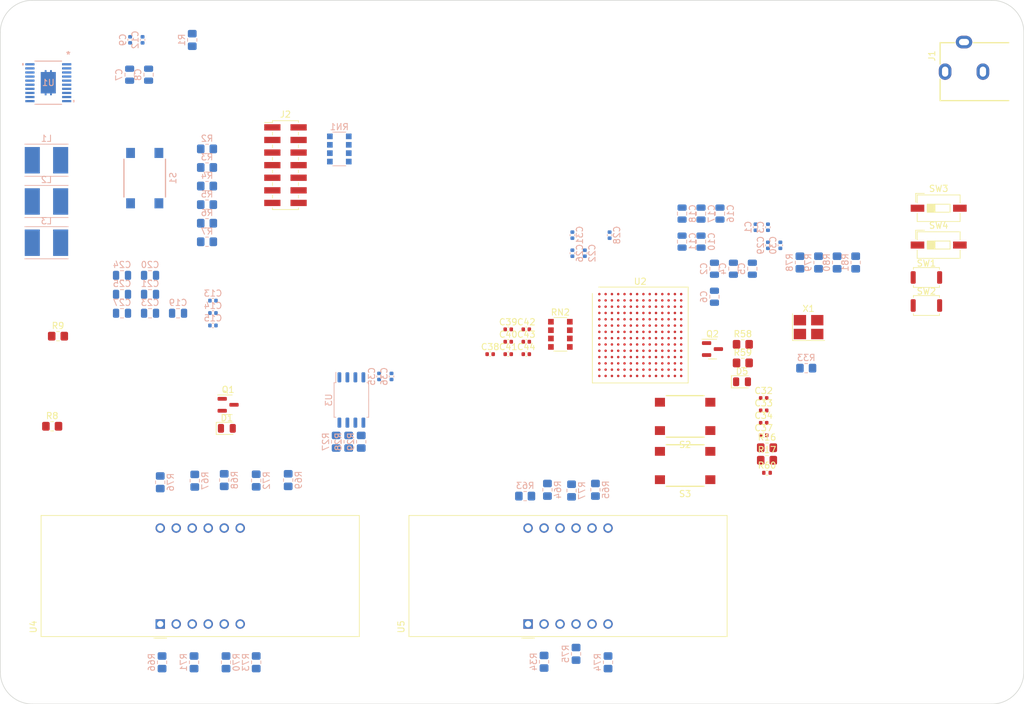
<source format=kicad_pcb>
(kicad_pcb (version 20221018) (generator pcbnew)
  (layers (0 "F.Cu" signal) (1 "In1.Cu" mixed) (2 "In2.Cu" power) (3 "In3.Cu" power) (4 "In4.Cu" mixed) (31 "B.Cu" signal) (34 "B.Paste" user) (35 "F.Paste" user) (36 "B.SilkS" user "B.Silkscreen") (37 "F.SilkS" user "F.Silkscreen") (38 "B.Mask" user) (39 "F.Mask" user) (44 "Edge.Cuts" user))
  (net 0 "")
  (net 1 "+1V8")
  (net 2 "GND")
  (net 3 "+1V0")
  (net 4 "+12V")
  (net 5 "Net-(U1-VREG5)")
  (net 6 "/Power/SW1")
  (net 7 "Net-(U1-VBST1)")
  (net 8 "/Power/SW2")
  (net 9 "Net-(U1-VBST2)")
  (net 10 "/Power/SW3")
  (net 11 "Net-(U1-VBST3)")
  (net 12 "+3V3")
  (net 13 "Net-(D1-K)")
  (net 14 "Net-(D5-K)")
  (net 15 "/Utilities/JTAG_TMS")
  (net 16 "/Utilities/JTAG_TCK")
  (net 17 "/Utilities/JTAG_TDO")
  (net 18 "/Utilities/JTAG_TDI")
  (net 21 "/Power/PGOOD")
  (net 22 "Net-(Q1-D)")
  (net 23 "/Utilities/FPGA_DONE")
  (net 24 "Net-(Q2-D)")
  (net 25 "Net-(U1-EN1)")
  (net 26 "/Utilities/INIT_B")
  (net 27 "/Utilities/PROGRAM_B")
  (net 28 "/IO/SPI_DQ3")
  (net 29 "/IO/SPI_DQ2")
  (net 30 "/IO/SPI_CS")
  (net 31 "/IO/SPI_SCLK")
  (net 32 "SPI_F_SCLK")
  (net 33 "/IO/AN7")
  (net 34 "Net-(U2C-IO_L14P_T2_SRCC_14)")
  (net 35 "SYSRES")
  (net 36 "/IO/AN6")
  (net 37 "Net-(U2C-IO_L13N_T2_MRCC_14)")
  (net 38 "/IO/AN5")
  (net 39 "Net-(U2C-IO_L13P_T2_MRCC_14)")
  (net 40 "/IO/AN4")
  (net 41 "Net-(U2C-IO_L12N_T1_MRCC_14)")
  (net 42 "/IO/AN3")
  (net 43 "Net-(U2C-IO_L12P_T1_MRCC_14)")
  (net 44 "/IO/AN2")
  (net 45 "Net-(U2C-IO_L11N_T1_SRCC_14)")
  (net 46 "/IO/AN1")
  (net 47 "Net-(U2C-IO_L11P_T1_SRCC_14)")
  (net 48 "/IO/AN0")
  (net 49 "Net-(U2C-IO_L10N_T1_D15_14)")
  (net 50 "/IO/DP")
  (net 51 "Net-(U2C-IO_L9N_T1_DQS_D13_14)")
  (net 52 "/IO/DG")
  (net 53 "Net-(U2C-IO_L9P_T1_DQS_14)")
  (net 54 "/IO/DF")
  (net 55 "Net-(U2C-IO_L8N_T1_D12_14)")
  (net 56 "/IO/DE")
  (net 57 "Net-(U2C-IO_L8P_T1_D11_14)")
  (net 58 "/IO/DD")
  (net 59 "Net-(U2C-IO_L7N_T1_D10_14)")
  (net 60 "/IO/DC")
  (net 61 "Net-(U2C-IO_L7P_T1_D09_14)")
  (net 62 "/IO/DB")
  (net 63 "Net-(U2C-IO_L6N_T0_D08_VREF_14)")
  (net 64 "/IO/DA")
  (net 65 "Net-(U2C-IO_L6P_T0_FCS_B_14)")
  (net 66 "/IO/PS1")
  (net 67 "Net-(U2C-IO_L15P_T2_DQS_RDWR_B_14)")
  (net 68 "/IO/PS2")
  (net 69 "Net-(U2C-IO_L15N_T2_DQS_DOUT_CSO_B_14)")
  (net 70 "/IO/SW1")
  (net 71 "Net-(U2C-IO_L16P_T2_CSI_B_14)")
  (net 72 "/IO/SW2")
  (net 73 "Net-(U2C-IO_L16N_T2_D31_14)")
  (net 74 "/IO/SPI_DQ0")
  (net 75 "/IO/SPI_DQ1")
  (net 76 "/IO/SPI_F_DQ1")
  (net 77 "/IO/SPI_F_DQ0")
  (net 78 "/IO/SPI_F_DQ3")
  (net 79 "/IO/SPI_F_DQ2")
  (net 80 "Net-(U1-VFB1)")
  (net 81 "Net-(U1-VFB2)")
  (net 82 "Net-(U1-VFB3)")
  (net 88 "SYSCLK")
  (footprint "Capacitor_SMD:C_0402_1005Metric" (layer "F.Cu") (at 93.04 71.44)
    (fp_text reference "C38" (at 0 -1.16) (layer "F.SilkS"))
    (fp_text value "4.7 uF")
    (pad "1" smd roundrect (at -0.48 0) (size 0.56 0.62) (layers "F.Cu" "F.Paste" "F.Mask") (net 12 "+3V3"))
    (pad "2" smd roundrect (at 0.48 0) (size 0.56 0.62) (layers "F.Cu" "F.Paste" "F.Mask") (net 2 "GND"))
  )
  (footprint "Display_7Segment:CA56-12CGKWA" (layer "F.Cu") (at 99.06 114.3 90)
    (fp_text reference "U5" (at -0.44 -20.15 90) (layer "F.SilkS"))
    (fp_text value "CA56-12CGKWA")
    (pad "1" thru_hole rect (at 0 0 90) (size 1.5 1.5) (drill 1) (layers "*.Cu" "*.Mask") (net 56 "/IO/DE"))
    (pad "2" thru_hole circle (at 0 2.54 90) (size 1.5 1.5) (drill 1) (layers "*.Cu" "*.Mask") (net 58 "/IO/DD"))
    (pad "3" thru_hole circle (at 0 5.08 90) (size 1.5 1.5) (drill 1) (layers "*.Cu" "*.Mask") (net 50 "/IO/DP"))
    (pad "4" thru_hole circle (at 0 7.62 90) (size 1.5 1.5) (drill 1) (layers "*.Cu" "*.Mask") (net 60 "/IO/DC"))
    (pad "5" thru_hole circle (at 0 10.16 90) (size 1.5 1.5) (drill 1) (layers "*.Cu" "*.Mask") (net 52 "/IO/DG"))
    (pad "6" thru_hole circle (at 0 12.7 90) (size 1.5 1.5) (drill 1) (layers "*.Cu" "*.Mask") (net 33 "/IO/AN7"))
    (pad "7" thru_hole circle (at 15.24 12.7 90) (size 1.5 1.5) (drill 1) (layers "*.Cu" "*.Mask") (net 62 "/IO/DB"))
    (pad "8" thru_hole circle (at 15.24 10.16 90) (size 1.5 1.5) (drill 1) (layers "*.Cu" "*.Mask") (net 36 "/IO/AN6"))
    (pad "9" thru_hole circle (at 15.24 7.62 90) (size 1.5 1.5) (drill 1) (layers "*.Cu" "*.Mask") (net 38 "/IO/AN5"))
    (pad "10" thru_hole circle (at 15.24 5.08 90) (size 1.5 1.5) (drill 1) (layers "*.Cu" "*.Mask") (net 54 "/IO/DF"))
    (pad "11" thru_hole circle (at 15.24 2.54 90) (size 1.5 1.5) (drill 1) (layers "*.Cu" "*.Mask") (net 64 "/IO/DA"))
    (pad "12" thru_hole circle (at 15.24 0 90) (size 1.5 1.5) (drill 1) (layers "*.Cu" "*.Mask") (net 40 "/IO/AN4"))
  )
  (footprint "Capacitor_SMD:C_0402_1005Metric" (layer "F.Cu") (at 136.48 80.38)
    (fp_text reference "C33" (at 0 -1.16) (layer "F.SilkS"))
    (fp_text value "0.1 uF")
    (pad "1" smd roundrect (at -0.48 0) (size 0.56 0.62) (layers "F.Cu" "F.Paste" "F.Mask") (net 1 "+1V8"))
    (pad "2" smd roundrect (at 0.48 0) (size 0.56 0.62) (layers "F.Cu" "F.Paste" "F.Mask") (net 2 "GND"))
  )
  (footprint "Resistor_SMD:R_Array_Convex_4x1206" (layer "F.Cu") (at 104.19 68.29)
    (fp_text reference "RN2" (at 0 -3.5) (layer "F.SilkS"))
    (fp_text value "49.9")
    (pad "1" smd rect (at -1.5 -2) (size 0.9 0.9) (layers "F.Cu" "F.Paste" "F.Mask") (net 29 "/IO/SPI_DQ2"))
    (pad "2" smd rect (at -1.5 -0.66) (size 0.9 0.9) (layers "F.Cu" "F.Paste" "F.Mask") (net 28 "/IO/SPI_DQ3"))
    (pad "3" smd rect (at -1.5 0.66) (size 0.9 0.9) (layers "F.Cu" "F.Paste" "F.Mask") (net 74 "/IO/SPI_DQ0"))
    (pad "4" smd rect (at -1.5 2) (size 0.9 0.9) (layers "F.Cu" "F.Paste" "F.Mask") (net 75 "/IO/SPI_DQ1"))
    (pad "5" smd rect (at 1.5 2) (size 0.9 0.9) (layers "F.Cu" "F.Paste" "F.Mask") (net 76 "/IO/SPI_F_DQ1"))
    (pad "6" smd rect (at 1.5 0.66) (size 0.9 0.9) (layers "F.Cu" "F.Paste" "F.Mask") (net 77 "/IO/SPI_F_DQ0"))
    (pad "7" smd rect (at 1.5 -0.66) (size 0.9 0.9) (layers "F.Cu" "F.Paste" "F.Mask") (net 78 "/IO/SPI_F_DQ3"))
    (pad "8" smd rect (at 1.5 -2) (size 0.9 0.9) (layers "F.Cu" "F.Paste" "F.Mask") (net 79 "/IO/SPI_F_DQ2"))
  )
  (footprint "Capacitor_SMD:C_0402_1005Metric" (layer "F.Cu") (at 95.91 69.47)
    (fp_text reference "C40" (at 0 -1.16) (layer "F.SilkS"))
    (fp_text value "0.47 uF")
    (pad "1" smd roundrect (at -0.48 0) (size 0.56 0.62) (layers "F.Cu" "F.Paste" "F.Mask") (net 12 "+3V3"))
    (pad "2" smd roundrect (at 0.48 0) (size 0.56 0.62) (layers "F.Cu" "F.Paste" "F.Mask") (net 2 "GND"))
  )
  (footprint "Capacitor_SMD:C_0402_1005Metric" (layer "F.Cu") (at 95.91 67.5)
    (fp_text reference "C39" (at 0 -1.16) (layer "F.SilkS"))
    (fp_text value "4.7 uF")
    (pad "1" smd roundrect (at -0.48 0) (size 0.56 0.62) (layers "F.Cu" "F.Paste" "F.Mask") (net 12 "+3V3"))
    (pad "2" smd roundrect (at 0.48 0) (size 0.56 0.62) (layers "F.Cu" "F.Paste" "F.Mask") (net 2 "GND"))
  )
  (footprint "Resistor_SMD:R_0805_2012Metric_Pad1.20x1.40mm_HandSolder" (layer "F.Cu") (at 133.17 72.83)
    (fp_text reference "R59" (at 0 -1.65) (layer "F.SilkS"))
    (fp_text value "680")
    (pad "1" smd roundrect (at -1 0) (size 1.2 1.4) (layers "F.Cu" "F.Paste" "F.Mask") (roundrect_rratio 0.208333) (net 24 "Net-(Q2-D)"))
    (pad "2" smd roundrect (at 1 0) (size 1.2 1.4) (layers "F.Cu" "F.Paste" "F.Mask") (roundrect_rratio 0.208333) (net 14 "Net-(D5-K)"))
  )
  (footprint "Prof:B3FS_1010P" (layer "F.Cu") (at 124.005 81.325)
    (fp_text reference "S2" (at 0 4.5) (layer "F.SilkS"))
    (fp_text value "B3FS_1010P")
    (pad "1" smd rect (at 4 2.25) (size 1.6 1.4) (layers "F.Cu" "F.Paste" "F.Mask") (net 2 "GND"))
    (pad "2" smd rect (at -4 2.25) (size 1.6 1.4) (layers "F.Cu" "F.Paste" "F.Mask") (net 2 "GND"))
    (pad "3" smd rect (at -4 -2.25) (size 1.6 1.4) (layers "F.Cu" "F.Paste" "F.Mask") (net 27 "/Utilities/PROGRAM_B"))
    (pad "4" smd rect (at 4 -2.25) (size 1.6 1.4) (layers "F.Cu" "F.Paste" "F.Mask") (net 27 "/Utilities/PROGRAM_B"))
  )
  (footprint "Capacitor_SMD:C_0402_1005Metric" (layer "F.Cu") (at 136.48 84.32)
    (fp_text reference "C37" (at 0 -1.16) (layer "F.SilkS"))
    (fp_text value "0.1 uF")
    (pad "1" smd roundrect (at -0.48 0) (size 0.56 0.62) (layers "F.Cu" "F.Paste" "F.Mask") (net 12 "+3V3"))
    (pad "2" smd roundrect (at 0.48 0) (size 0.56 0.62) (layers "F.Cu" "F.Paste" "F.Mask") (net 2 "GND"))
  )
  (footprint "Resistor_SMD:R_0805_2012Metric_Pad1.20x1.40mm_HandSolder" (layer "F.Cu") (at 24.4 68.58)
    (fp_text reference "R9" (at 0 -1.65) (layer "F.SilkS"))
    (fp_text value "680")
    (pad "1" smd roundrect (at -1 0) (size 1.2 1.4) (layers "F.Cu" "F.Paste" "F.Mask") (roundrect_rratio 0.208333) (net 22 "Net-(Q1-D)"))
    (pad "2" smd roundrect (at 1 0) (size 1.2 1.4) (layers "F.Cu" "F.Paste" "F.Mask") (roundrect_rratio 0.208333) (net 13 "Net-(D1-K)"))
  )
  (footprint "Resistor_SMD:R_0402_1005Metric" (layer "F.Cu") (at 137.01 90.28)
    (fp_text reference "R60" (at 0 -1.17) (layer "F.SilkS"))
    (fp_text value "4.75K")
    (pad "1" smd roundrect (at -0.51 0) (size 0.54 0.64) (layers "F.Cu" "F.Paste" "F.Mask") (net 12 "+3V3"))
    (pad "2" smd roundrect (at 0.51 0) (size 0.54 0.64) (layers "F.Cu" "F.Paste" "F.Mask") (net 35 "SYSRES"))
  )
  (footprint "Capacitor_SMD:C_0402_1005Metric" (layer "F.Cu") (at 98.78 71.44)
    (fp_text reference "C44" (at 0 -1.16) (layer "F.SilkS"))
    (fp_text value "47 uF")
    (pad "1" smd roundrect (at -0.48 0) (size 0.56 0.62) (layers "F.Cu" "F.Paste" "F.Mask") (net 12 "+3V3"))
    (pad "2" smd roundrect (at 0.48 0) (size 0.56 0.62) (layers "F.Cu" "F.Paste" "F.Mask") (net 2 "GND"))
  )
  (footprint "Button_Switch_SMD:SW_Push_SPST_NO_Alps_SKRK" (layer "F.Cu") (at 162.325 59.26)
    (fp_text reference "SW1" (at 0 -2.25) (layer "F.SilkS"))
    (fp_text value "SW_Push")
    (pad "1" smd roundrect (at -2.1 0) (size 0.8 2) (layers "F.Cu" "F.Paste" "F.Mask") (net 12 "+3V3"))
    (pad "2" smd roundrect (at 2.1 0) (size 0.8 2) (layers "F.Cu" "F.Paste" "F.Mask") (net 66 "/IO/PS1"))
  )
  (footprint "Package_TO_SOT_SMD:SOT-23" (layer "F.Cu") (at 51.42 79.48)
    (fp_text reference "Q1" (at 0 -2.4) (layer "F.SilkS"))
    (fp_text value "DMN2020L")
    (pad "1" smd roundrect (at -0.9375 -0.95) (size 1.475 0.6) (layers "F.Cu" "F.Paste" "F.Mask") (net 21 "/Power/PGOOD"))
    (pad "2" smd roundrect (at -0.9375 0.95) (size 1.475 0.6) (layers "F.Cu" "F.Paste" "F.Mask") (net 2 "GND"))
    (pad "3" smd roundrect (at 0.9375 0) (size 1.475 0.6) (layers "F.Cu" "F.Paste" "F.Mask") (net 22 "Net-(Q1-D)"))
  )
  (footprint "Capacitor_SMD:C_0402_1005Metric" (layer "F.Cu") (at 98.78 67.5)
    (fp_text reference "C42" (at 0 -1.16) (layer "F.SilkS"))
    (fp_text value "0.47 uF")
    (pad "1" smd roundrect (at -0.48 0) (size 0.56 0.62) (layers "F.Cu" "F.Paste" "F.Mask") (net 12 "+3V3"))
    (pad "2" smd roundrect (at 0.48 0) (size 0.56 0.62) (layers "F.Cu" "F.Paste" "F.Mask") (net 2 "GND"))
  )
  (footprint "Prof:PJ_102B" (layer "F.Cu") (at 168.3 26.57 -90)
    (fp_text reference "J1" (at -2.5 5.1 -90) (layer "F.SilkS"))
    (fp_text value "Barrel_Jack_Switch")
    (pad "1" thru_hole oval (at 0 3 270) (size 2.6 2) (drill oval 1.6 1) (layers "*.Cu" "*.Mask") (net 4 "+12V"))
    (pad "2" thru_hole oval (at 0 -3 270) (size 2.6 2) (drill oval 1.6 1) (layers "*.Cu" "*.Mask") (net 2 "GND"))
    (pad "3" thru_hole oval (at -4.7 0 270) (size 2 2.6) (drill oval 1 1.6) (layers "*.Cu" "*.Mask"))
  )
  (footprint "Resistor_SMD:R_0805_2012Metric_Pad1.20x1.40mm_HandSolder" (layer "F.Cu") (at 133.17 69.88)
    (fp_text reference "R58" (at 0 -1.65) (layer "F.SilkS"))
    (fp_text value "330")
    (pad "1" smd roundrect (at -1 0) (size 1.2 1.4) (layers "F.Cu" "F.Paste" "F.Mask") (roundrect_rratio 0.208333) (net 23 "/Utilities/FPGA_DONE"))
    (pad "2" smd roundrect (at 1 0) (size 1.2 1.4) (layers "F.Cu" "F.Paste" "F.Mask") (roundrect_rratio 0.208333) (net 12 "+3V3"))
  )
  (footprint "Button_Switch_SMD:SW_DIP_SPSTx01_Slide_6.7x4.1mm_W6.73mm_P2.54mm_LowProfile_JPin" (layer "F.Cu") (at 164.275 48.26)
    (fp_text reference "SW3" (at 0 -3.11) (layer "F.SilkS"))
    (fp_text value "SW_DIP_x01")
    (pad "1" smd rect (at -3.365 0) (size 2.16 1.12) (layers "F.Cu" "F.Paste" "F.Mask") (net 12 "+3V3"))
    (pad "2" smd rect (at 3.365 0) (size 2.16 1.12) (layers "F.Cu" "F.Paste" "F.Mask") (net 70 "/IO/SW1"))
  )
  (footprint "Prof:B3FS_1010P" (layer "F.Cu") (at 124.005 89.125)
    (fp_text reference "S3" (at 0 4.5) (layer "F.SilkS"))
    (fp_text value "B3FS_1010P")
    (pad "1" smd rect (at 4 2.25) (size 1.6 1.4) (layers "F.Cu" "F.Paste" "F.Mask") (net 2 "GND"))
    (pad "2" smd rect (at -4 2.25) (size 1.6 1.4) (layers "F.Cu" "F.Paste" "F.Mask") (net 2 "GND"))
    (pad "3" smd rect (at -4 -2.25) (size 1.6 1.4) (layers "F.Cu" "F.Paste" "F.Mask") (net 35 "SYSRES"))
    (pad "4" smd rect (at 4 -2.25) (size 1.6 1.4) (layers "F.Cu" "F.Paste" "F.Mask") (net 35 "SYSRES"))
  )
  (footprint "Resistor_SMD:R_0805_2012Metric_Pad1.20x1.40mm_HandSolder" (layer "F.Cu") (at 137.01 86.3)
    (fp_text reference "R16" (at 0 -1.65) (layer "F.SilkS"))
    (fp_text value "4.75K")
    (pad "1" smd roundrect (at -1 0) (size 1.2 1.4) (layers "F.Cu" "F.Paste" "F.Mask") (roundrect_rratio 0.208333) (net 26 "/Utilities/INIT_B"))
    (pad "2" smd roundrect (at 1 0) (size 1.2 1.4) (layers "F.Cu" "F.Paste" "F.Mask") (roundrect_rratio 0.208333) (net 12 "+3V3"))
  )
  (footprint "Button_Switch_SMD:SW_DIP_SPSTx01_Slide_6.7x4.1mm_W6.73mm_P2.54mm_LowProfile_JPin" (layer "F.Cu") (at 164.275 54.11)
    (fp_text reference "SW4" (at 0 -3.11) (layer "F.SilkS"))
    (fp_text value "SW_DIP_x01")
    (pad "1" smd rect (at -3.365 0) (size 2.16 1.12) (layers "F.Cu" "F.Paste" "F.Mask") (net 12 "+3V3"))
    (pad "2" smd rect (at 3.365 0) (size 2.16 1.12) (layers "F.Cu" "F.Paste" "F.Mask") (net 72 "/IO/SW2"))
  )
  (footprint "Resistor_SMD:R_0805_2012Metric_Pad1.20x1.40mm_HandSolder" (layer "F.Cu") (at 137.01 88.29)
    (fp_text reference "R17" (at 0 -1.65) (layer "F.SilkS"))
    (fp_text value "4.75K")
    (pad "1" smd roundrect (at -1 0) (size 1.2 1.4) (layers "F.Cu" "F.Paste" "F.Mask") (roundrect_rratio 0.208333) (net 27 "/Utilities/PROGRAM_B"))
    (pad "2" smd roundrect (at 1 0) (size 1.2 1.4) (layers "F.Cu" "F.Paste" "F.Mask") (roundrect_rratio 0.208333) (net 12 "+3V3"))
  )
  (footprint "Display_7Segment:CA56-12CGKWA" (layer "F.Cu") (at 40.64 114.3 90)
    (fp_text reference "U4" (at -0.44 -20.15 90) (layer "F.SilkS"))
    (fp_text value "CA56-12CGKWA")
    (pad "1" thru_hole rect (at 0 0 90) (size 1.5 1.5) (drill 1) (layers "*.Cu" "*.Mask") (net 56 "/IO/DE"))
    (pad "2" thru_hole circle (at 0 2.54 90) (size 1.5 1.5) (drill 1) (layers "*.Cu" "*.Mask") (net 58 "/IO/DD"))
    (pad "3" thru_hole circle (at 0 5.08 90) (size 1.5 1.5) (drill 1) (layers "*.Cu" "*.Mask") (net 50 "/IO/DP"))
    (pad "4" thru_hole circle (at 0 7.62 90) (size 1.5 1.5) (drill 1) (layers "*.Cu" "*.Mask") (net 60 "/IO/DC"))
    (pad "5" thru_hole circle (at 0 10.16 90) (size 1.5 1.5) (drill 1) (layers "*.Cu" "*.Mask") (net 52 "/IO/DG"))
    (pad "6" thru_hole circle (at 0 12.7 90) (size 1.5 1.5) (drill 1) (layers "*.Cu" "*.Mask") (net 42 "/IO/AN3"))
    (pad "7" thru_hole circle (at 15.24 12.7 90) (size 1.5 1.5) (drill 1) (layers "*.Cu" "*.Mask") (net 62 "/IO/DB"))
    (pad "8" thru_hole circle (at 15.24 10.16 90) (size 1.5 1.5) (drill 1) (layers "*.Cu" "*.Mask") (net 44 "/IO/AN2"))
    (pad "9" thru_hole circle (at 15.24 7.62 90) (size 1.5 1.5) (drill 1) (layers "*.Cu" "*.Mask") (net 46 "/IO/AN1"))
    (pad "10" thru_hole circle (at 15.24 5.08 90) (size 1.5 1.5) (drill 1) (layers "*.Cu" "*.Mask") (net 54 "/IO/DF"))
    (pad "11" thru_hole circle (at 15.24 2.54 90) (size 1.5 1.5) (drill 1) (layers "*.Cu" "*.Mask") (net 64 "/IO/DA"))
    (pad "12" thru_hole circle (at 15.24 0 90) (size 1.5 1.5) (drill 1) (layers "*.Cu" "*.Mask") (net 48 "/IO/AN0"))
  )
  (footprint "Button_Switch_SMD:SW_Push_SPST_NO_Alps_SKRK" (layer "F.Cu") (at 162.325 63.71)
    (fp_text reference "SW2" (at 0 -2.25) (layer "F.SilkS"))
    (fp_text value "SW_Push")
    (pad "1" smd roundrect (at -2.1 0) (size 0.8 2) (layers "F.Cu" "F.Paste" "F.Mask") (net 12 "+3V3"))
    (pad "2" smd roundrect (at 2.1 0) (size 0.8 2) (layers "F.Cu" "F.Paste" "F.Mask") (net 68 "/IO/PS2"))
  )
  (footprint "Capacitor_SMD:C_0402_1005Metric" (layer "F.Cu") (at 95.91 71.44)
    (fp_text reference "C41" (at 0 -1.16) (layer "F.SilkS"))
    (fp_text value "0.47 uF")
    (pad "1" smd roundrect (at -0.48 0) (size 0.56 0.62) (layers "F.Cu" "F.Paste" "F.Mask") (net 12 "+3V3"))
    (pad "2" smd roundrect (at 0.48 0) (size 0.56 0.62) (layers "F.Cu" "F.Paste" "F.Mask") (net 2 "GND"))
  )
  (footprint "Capacitor_SMD:C_0402_1005Metric" (layer "F.Cu") (at 136.48 78.41)
    (fp_text reference "C32" (at 0 -1.16) (layer "F.SilkS"))
    (fp_text value "0.1 uF")
    (pad "1" smd roundrect (at -0.48 0) (size 0.56 0.62) (layers "F.Cu" "F.Paste" "F.Mask") (net 1 "+1V8"))
    (pad "2" smd roundrect (at 0.48 0) (size 0.56 0.62) (layers "F.Cu" "F.Paste" "F.Mask") (net 2 "GND"))
  )
  (footprint "Package_TO_SOT_SMD:SOT-23" (layer "F.Cu") (at 128.35 70.63)
    (fp_text reference "Q2" (at 0 -2.4) (layer "F.SilkS"))
    (fp_text value "DMN2020L")
    (pad "1" smd roundrect (at -0.9375 -0.95) (size 1.475 0.6) (layers "F.Cu" "F.Paste" "F.Mask") (net 23 "/Utilities/FPGA_DONE"))
    (pad "2" smd roundrect (at -0.9375 0.95) (size 1.475 0.6) (layers "F.Cu" "F.Paste" "F.Mask") (net 2 "GND"))
    (pad "3" smd roundrect (at 0.9375 0) (size 1.475 0.6) (layers "F.Cu" "F.Paste" "F.Mask") (net 24 "Net-(Q2-D)"))
  )
  (footprint "Capacitor_SMD:C_0402_1005Metric" (layer "F.Cu") (at 98.78 69.47)
    (fp_text reference "C43" (at 0 -1.16) (layer "F.SilkS"))
    (fp_text value "0.47 uF")
    (pad "1" smd roundrect (at -0.48 0) (size 0.56 0.62) (layers "F.Cu" "F.Paste" "F.Mask") (net 12 "+3V3"))
    (pad "2" smd roundrect (at 0.48 0) (size 0.56 0.62) (layers "F.Cu" "F.Paste" "F.Mask") (net 2 "GND"))
  )
  (footprint "Package_BGA:Xilinx_FTGB196" (layer "F.Cu") (at 116.88 68.4)
    (fp_text reference "U2" (at 0 -8.5) (layer "F.SilkS"))
    (fp_text value "XC7S50-FTGB196")
    (pad "A1" smd circle (at -6.5 -6.5) (size 0.4 0.4) (layers "F.Cu" "F.Paste" "F.Mask") (net 2 "GND"))
    (pad "A2" smd circle (at -5.5 -6.5) (size 0.4 0.4) (layers "F.Cu" "F.Paste" "F.Mask"))
    (pad "A3" smd circle (at -4.5 -6.5) (size 0.4 0.4) (layers "F.Cu" "F.Paste" "F.Mask"))
    (pad "A4" smd circle (at -3.5 -6.5) (size 0.4 0.4) (layers "F.Cu" "F.Paste" "F.Mask"))
    (pad "A5" smd circle (at -2.5 -6.5) (size 0.4 0.4) (layers "F.Cu" "F.Paste" "F.Mask"))
    (pad "A6" smd circle (at -1.5 -6.5) (size 0.4 0.4) (layers "F.Cu" "F.Paste" "F.Mask") (net 2 "GND"))
    (pad "A7" smd circle (at -0.5 -6.5) (size 0.4 0.4) (layers "F.Cu" "F.Paste" "F.Mask") (net 16 "/Utilities/JTAG_TCK"))
    (pad "A8" smd circle (at 0.5 -6.5) (size 0.4 0.4) (layers "F.Cu" "F.Paste" "F.Mask") (net 32 "SPI_F_SCLK"))
    (pad "A9" smd circle (at 1.5 -6.5) (size 0.4 0.4) (layers "F.Cu" "F.Paste" "F.Mask") (net 2 "GND"))
    (pad "A10" smd circle (at 2.5 -6.5) (size 0.4 0.4) (layers "F.Cu" "F.Paste" "F.Mask"))
    (pad "A11" smd circle (at 3.5 -6.5) (size 0.4 0.4) (layers "F.Cu" "F.Paste" "F.Mask") (net 2 "GND"))
    (pad "A12" smd circle (at 4.5 -6.5) (size 0.4 0.4) (layers "F.Cu" "F.Paste" "F.Mask") (net 88 "SYSCLK"))
    (pad "A13" smd circle (at 5.5 -6.5) (size 0.4 0.4) (layers "F.Cu" "F.Paste" "F.Mask") (net 35 "SYSRES"))
    (pad "A14" smd circle (at 6.5 -6.5) (size 0.4 0.4) (layers "F.Cu" "F.Paste" "F.Mask") (net 2 "GND"))
    (pad "B1" smd circle (at -6.5 -5.5) (size 0.4 0.4) (layers "F.Cu" "F.Paste" "F.Mask"))
    (pad "B2" smd circle (at -5.5 -5.5) (size 0.4 0.4) (layers "F.Cu" "F.Paste" "F.Mask"))
    (pad "B3" smd circle (at -4.5 -5.5) (size 0.4 0.4) (layers "F.Cu" "F.Paste" "F.Mask"))
    (pad "B4" smd circle (at -3.5 -5.5) (size 0.4 0.4) (layers "F.Cu" "F.Paste" "F.Mask") (net 2 "GND"))
    (pad "B5" smd circle (at -2.5 -5.5) (size 0.4 0.4) (layers "F.Cu" "F.Paste" "F.Mask"))
    (pad "B6" smd circle (at -1.5 -5.5) (size 0.4 0.4) (layers "F.Cu" "F.Paste" "F.Mask"))
    (pad "B7" smd circle (at -0.5 -5.5) (size 0.4 0.4) (layers "F.Cu" "F.Paste" "F.Mask") (net 2 "GND"))
    (pad "B8" smd circle (at 0.5 -5.5) (size 0.4 0.4) (layers "F.Cu" "F.Paste" "F.Mask") (net 2 "GND"))
    (pad "B9" smd circle (at 1.5 -5.5) (size 0.4 0.4) (layers "F.Cu" "F.Paste" "F.Mask") (net 2 "GND"))
    (pad "B10" smd circle (at 2.5 -5.5) (size 0.4 0.4) (layers "F.Cu" "F.Paste" "F.Mask") (net 31 "/IO/SPI_SCLK"))
    (pad "B11" smd circle (at 3.5 -5.5) (size 0.4 0.4) (layers "F.Cu" "F.Paste" "F.Mask") (net 76 "/IO/SPI_F_DQ1"))
    (pad "B12" smd circle (at 4.5 -5.5) (size 0.4 0.4) (layers "F.Cu" "F.Paste" "F.Mask") (net 79 "/IO/SPI_F_DQ2"))
    (pad "B13" smd circle (at 5.5 -5.5) (size 0.4 0.4) (layers "F.Cu" "F.Paste" "F.Mask"))
    (pad "B14" smd circle (at 6.5 -5.5) (size 0.4 0.4) (layers "F.Cu" "F.Paste" "F.Mask"))
    (pad "C1" smd circle (at -6.5 -4.5) (size 0.4 0.4) (layers "F.Cu" "F.Paste" "F.Mask"))
    (pad "C2" smd circle (at -5.5 -4.5) (size 0.4 0.4) (layers "F.Cu" "F.Paste" "F.Mask") (net 2 "GND"))
    (pad "C3" smd circle (at -4.5 -4.5) (size 0.4 0.4) (layers "F.Cu" "F.Paste" "F.Mask"))
    (pad "C4" smd circle (at -3.5 -4.5) (size 0.4 0.4) (layers "F.Cu" "F.Paste" "F.Mask"))
    (pad "C5" smd circle (at -2.5 -4.5) (size 0.4 0.4) (layers "F.Cu" "F.Paste" "F.Mask"))
    (pad "C6" smd circle (at -1.5 -4.5) (size 0.4 0.4) (layers "F.Cu" "F.Paste" "F.Mask") (net 2 "GND"))
    (pad "C7" smd circle (at -0.5 -4.5) (size 0.4 0.4) (layers "F.Cu" "F.Paste" "F.Mask") (net 2 "GND"))
    (pad "C8" smd circle (at 0.5 -4.5) (size 0.4 0.4) (layers "F.Cu" "F.Paste" "F.Mask") (net 2 "GND"))
    (pad "C9" smd circle (at 1.5 -4.5) (size 0.4 0.4) (layers "F.Cu" "F.Paste" "F.Mask") (net 2 "GND"))
    (pad "C10" smd circle (at 2.5 -4.5) (size 0.4 0.4) (layers "F.Cu" "F.Paste" "F.Mask") (net 30 "/IO/SPI_CS"))
    (pad "C11" smd circle (at 3.5 -4.5) (size 0.4 0.4) (layers "F.Cu" "F.Paste" "F.Mask") (net 65 "Net-(U2C-IO_L6P_T0_FCS_B_14)"))
    (pad "C12" smd circle (at 4.5 -4.5) (size 0.4 0.4) (layers "F.Cu" "F.Paste" "F.Mask") (net 63 "Net-(U2C-IO_L6N_T0_D08_VREF_14)"))
    (pad "C13" smd circle (at 5.5 -4.5) (size 0.4 0.4) (layers "F.Cu" "F.Paste" "F.Mask") (net 2 "GND"))
    (pad "C14" smd circle (at 6.5 -4.5) (size 0.4 0.4) (layers "F.Cu" "F.Paste" "F.Mask") (net 45 "Net-(U2C-IO_L11N_T1_SRCC_14)"))
    (pad "D1" smd circle (at -6.5 -3.5) (size 0.4 0.4) (layers "F.Cu" "F.Paste" "F.Mask"))
    (pad "D2" smd circle (at -5.5 -3.5) (size 0.4 0.4) (layers "F.Cu" "F.Paste" "F.Mask"))
    (pad "D3" smd circle (at -4.5 -3.5) (size 0.4 0.4) (layers "F.Cu" "F.Paste" "F.Mask"))
    (pad "D4" smd circle (at -3.5 -3.5) (size 0.4 0.4) (layers "F.Cu" "F.Paste" "F.Mask"))
    (pad "D5" smd circle (at -2.5 -3.5) (size 0.4 0.4) (layers "F.Cu" "F.Paste" "F.Mask") (net 2 "GND"))
    (pad "D6" smd circle (at -1.5 -3.5) (size 0.4 0.4) (layers "F.Cu" "F.Paste" "F.Mask") (net 3 "+1V0"))
    (pad "D7" smd circle (at -0.5 -3.5) (size 0.4 0.4) (layers "F.Cu" "F.Paste" "F.Mask") (net 2 "GND"))
    (pad "D8" smd circle (at 0.5 -3.5) (size 0.4 0.4) (layers "F.Cu" "F.Paste" "F.Mask") (net 3 "+1V0"))
    (pad "D9" smd circle (at 1.5 -3.5) (size 0.4 0.4) (layers "F.Cu" "F.Paste" "F.Mask") (net 2 "GND"))
    (pad "D10" smd circle (at 2.5 -3.5) (size 0.4 0.4) (layers "F.Cu" "F.Paste" "F.Mask") (net 78 "/IO/SPI_F_DQ3"))
    (pad "D11" smd circle (at 3.5 -3.5) (size 0.4 0.4) (layers "F.Cu" "F.Paste" "F.Mask") (net 2 "GND"))
    (pad "D12" smd circle (at 4.5 -3.5) (size 0.4 0.4) (layers "F.Cu" "F.Paste" "F.Mask") (net 57 "Net-(U2C-IO_L8P_T1_D11_14)"))
    (pad "D13" smd circle (at 5.5 -3.5) (size 0.4 0.4) (layers "F.Cu" "F.Paste" "F.Mask") (net 55 "Net-(U2C-IO_L8N_T1_D12_14)"))
    (pad "D14" smd circle (at 6.5 -3.5) (size 0.4 0.4) (layers "F.Cu" "F.Paste" "F.Mask") (net 47 "Net-(U2C-IO_L11P_T1_SRCC_14)"))
    (pad "E1" smd circle (at -6.5 -2.5) (size 0.4 0.4) (layers "F.Cu" "F.Paste" "F.Mask") (net 2 "GND"))
    (pad "E2" smd circle (at -5.5 -2.5) (size 0.4 0.4) (layers "F.Cu" "F.Paste" "F.Mask"))
    (pad "E3" smd circle (at -4.5 -2.5) (size 0.4 0.4) (layers "F.Cu" "F.Paste" "F.Mask") (net 2 "GND"))
    (pad "E4" smd circle (at -3.5 -2.5) (size 0.4 0.4) (layers "F.Cu" "F.Paste" "F.Mask"))
    (pad "E5" smd circle (at -2.5 -2.5) (size 0.4 0.4) (layers "F.Cu" "F.Paste" "F.Mask") (net 3 "+1V0"))
    (pad "E6" smd circle (at -1.5 -2.5) (size 0.4 0.4) (layers "F.Cu" "F.Paste" "F.Mask") (net 2 "GND"))
    (pad "E7" smd circle (at -0.5 -2.5) (size 0.4 0.4) (layers "F.Cu" "F.Paste" "F.Mask") (net 3 "+1V0"))
    (pad "E8" smd circle (at 0.5 -2.5) (size 0.4 0.4) (layers "F.Cu" "F.Paste" "F.Mask") (net 2 "GND"))
    (pad "E9" smd circle (at 1.5 -2.5) (size 0.4 0.4) (layers "F.Cu" "F.Paste" "F.Mask") (net 3 "+1V0"))
    (pad "E10" smd circle (at 2.5 -2.5) (size 0.4 0.4) (layers "F.Cu" "F.Paste" "F.Mask") (net 2 "GND"))
    (pad "E11" smd circle (at 3.5 -2.5) (size 0.4 0.4) (layers "F.Cu" "F.Paste" "F.Mask") (net 77 "/IO/SPI_F_DQ0"))
    (pad "E12" smd circle (at 4.5 -2.5) (size 0.4 0.4) (layers "F.Cu" "F.Paste" "F.Mask") (net 59 "Net-(U2C-IO_L7N_T1_D10_14)"))
    (pad "E13" smd circle (at 5.5 -2.5) (size 0.4 0.4) (layers "F.Cu" "F.Paste" "F.Mask") (net 49 "Net-(U2C-IO_L10N_T1_D15_14)"))
    (pad "E14" smd circle (at 6.5 -2.5) (size 0.4 0.4) (layers "F.Cu" "F.Paste" "F.Mask") (net 2 "GND"))
    (pad "F1" smd circle (at -6.5 -1.5) (size 0.4 0.4) (layers "F.Cu" "F.Paste" "F.Mask"))
    (pad "F2" smd circle (at -5.5 -1.5) (size 0.4 0.4) (layers "F.Cu" "F.Paste" "F.Mask"))
    (pad "F3" smd circle (at -4.5 -1.5) (size 0.4 0.4) (layers "F.Cu" "F.Paste" "F.Mask"))
    (pad "F4" smd circle (at -3.5 -1.5) (size 0.4 0.4) (layers "F.Cu" "F.Paste" "F.Mask"))
    (pad "F5" smd circle (at -2.5 -1.5) (size 0.4 0.4) (layers "F.Cu" "F.Paste" "F.Mask") (net 2 "GND"))
    (pad "F6" smd circle (at -1.5 -1.5) (size 0.4 0.4) (layers "F.Cu" "F.Paste" "F.Mask") (net 3 "+1V0"))
    (pad "F7" smd circle (at -0.5 -1.5) (size 0.4 0.4) (layers "F.Cu" "F.Paste" "F.Mask") (net 2 "GND"))
    (pad "F8" smd circle (at 0.5 -1.5) (size 0.4 0.4) (layers "F.Cu" "F.Paste" "F.Mask") (net 1 "+1V8"))
    (pad "F9" smd circle (at 1.5 -1.5) (size 0.4 0.4) (layers "F.Cu" "F.Paste" "F.Mask") (net 2 "GND"))
    (pad "F10" smd circle (at 2.5 -1.5) (size 0.4 0.4) (layers "F.Cu" "F.Paste" "F.Mask") (net 1 "+1V8"))
    (pad "F11" smd circle (at 3.5 -1.5) (size 0.4 0.4) (layers "F.Cu" "F.Paste" "F.Mask") (net 41 "Net-(U2C-IO_L12N_T1_MRCC_14)"))
    (pad "F12" smd circle (at 4.5 -1.5) (size 0.4 0.4) (layers "F.Cu" "F.Paste" "F.Mask") (net 61 "Net-(U2C-IO_L7P_T1_D09_14)"))
    (pad "F13" smd circle (at 5.5 -1.5) (size 0.4 0.4) (layers "F.Cu" "F.Paste" "F.Mask"))
    (pad "F14" smd circle (at 6.5 -1.5) (size 0.4 0.4) (layers "F.Cu" "F.Paste" "F.Mask") (net 51 "Net-(U2C-IO_L9N_T1_DQS_D13_14)"))
    (pad "G1" smd circle (at -6.5 -0.5) (size 0.4 0.4) (layers "F.Cu" "F.Paste" "F.Mask"))
    (pad "G2" smd circle (at -5.5 -0.5) (size 0.4 0.4) (layers "F.Cu" "F.Paste" "F.Mask"))
    (pad "G3" smd circle (at -4.5 -0.5) (size 0.4 0.4) (layers "F.Cu" "F.Paste" "F.Mask") (net 2 "GND"))
    (pad "G4" smd circle (at -3.5 -0.5) (size 0.4 0.4) (layers "F.Cu" "F.Paste" "F.Mask"))
    (pad "G5" smd circle (at -2.5 -0.5) (size 0.4 0.4) (layers "F.Cu" "F.Paste" "F.Mask") (net 3 "+1V0"))
    (pad "G6" smd circle (at -1.5 -0.5) (size 0.4 0.4) (layers "F.Cu" "F.Paste" "F.Mask") (net 2 "GND"))
    (pad "G7" smd circle (at -0.5 -0.5) (size 0.4 0.4) (layers "F.Cu" "F.Paste" "F.Mask") (net 2 "GND"))
    (pad "G8" smd circle (at 0.5 -0.5) (size 0.4 0.4) (layers "F.Cu" "F.Paste" "F.Mask") (net 2 "GND"))
    (pad "G9" smd circle (at 1.5 -0.5) (size 0.4 0.4) (layers "F.Cu" "F.Paste" "F.Mask") (net 3 "+1V0"))
    (pad "G10" smd circle (at 2.5 -0.5) (size 0.4 0.4) (layers "F.Cu" "F.Paste" "F.Mask") (net 2 "GND"))
    (pad "G11" smd circle (at 3.5 -0.5) (size 0.4 0.4) (layers "F.Cu" "F.Paste" "F.Mask") (net 43 "Net-(U2C-IO_L12P_T1_MRCC_14)"))
    (pad "G12" smd circle (at 4.5 -0.5) (size 0.4 0.4) (layers "F.Cu" "F.Paste" "F.Mask") (net 2 "GND"))
    (pad "G13" smd circle (at 5.5 -0.5) (size 0.4 0.4) (layers "F.Cu" "F.Paste" "F.Mask") (net 12 "+3V3"))
    (pad "G14" smd circle (at 6.5 -0.5) (size 0.4 0.4) (layers "F.Cu" "F.Paste" "F.Mask") (net 53 "Net-(U2C-IO_L9P_T1_DQS_14)"))
    (pad "H1" smd circle (at -6.5 0.5) (size 0.4 0.4) (layers "F.Cu" "F.Paste" "F.Mask"))
    (pad "H2" smd circle (at -5.5 0.5) (size 0.4 0.4) (layers "F.Cu" "F.Paste" "F.Mask"))
    (pad "H3" smd circle (at -4.5 0.5) (size 0.4 0.4) (layers "F.Cu" "F.Paste" "F.Mask"))
    (pad "H4" smd circle (at -3.5 0.5) (size 0.4 0.4) (layers "F.Cu" "F.Paste" "F.Mask"))
    (pad "H5" smd circle (at -2.5 0.5) (size 0.4 0.4) (layers "F.Cu" "F.Paste" "F.Mask") (net 2 "GND"))
    (pad "H6" smd circle (at -1.5 0.5) (size 0.4 0.4) (layers "F.Cu" "F.Paste" "F.Mask") (net 3 "+1V0"))
    (pad "H7" smd circle (at -0.5 0.5) (size 0.4 0.4) (layers "F.Cu" "F.Paste" "F.Mask") (net 2 "GND"))
    (pad "H8" smd circle (at 0.5 0.5) (size 0.4 0.4) (layers "F.Cu" "F.Paste" "F.Mask") (net 1 "+1V8"))
    (pad "H9" smd circle (at 1.5 0.5) (size 0.4 0.4) (layers "F.Cu" "F.Paste" "F.Mask") (net 2 "GND"))
    (pad "H10" smd circle (at 2.5 0.5) (size 0.4 0.4) (layers "F.Cu" "F.Paste" "F.Mask") (net 1 "+1V8"))
    (pad "H11" smd circle (at 3.5 0.5) (size 0.4 0.4) (layers "F.Cu" "F.Paste" "F.Mask") (net 39 "Net-(U2C-IO_L13P_T2_MRCC_14)"))
    (pad "H12" smd circle (at 4.5 0.5) (size 0.4 0.4) (layers "F.Cu" "F.Paste" "F.Mask") (net 37 "Net-(U2C-IO_L13N_T2_MRCC_14)"))
    (pad "H13" smd circle (at 5.5 0.5) (size 0.4 0.4) (layers "F.Cu" "F.Paste" "F.Mask") (net 34 "Net-(U2C-IO_L14P_T2_SRCC_14)"))
    (pad "H14" smd circle (at 6.5 0.5) (size 0.4 0.4) (layers "F.Cu" "F.Paste" "F.Mask"))
    (pad "J1" smd circle (at -6.5 1.5) (size 0.4 0.4) (layers "F.Cu" "F.Paste" "F.Mask"))
    (pad "J2" smd circle (at -5.5 1.5) (size 0.4 0.4) (layers "F.Cu" "F.Paste" "F.Mask"))
    (pad "J3" smd circle (at -4.5 1.5) (size 0.4 0.4) (layers "F.Cu" "F.Paste" "F.Mask"))
    (pad "J4" smd circle (at -3.5 1.5) (size 0.4 0.4) (layers "F.Cu" "F.Paste" "F.Mask"))
    (pad "J5" smd circle (at -2.5 1.5) (size 0.4 0.4) (layers "F.Cu" "F.Paste" "F.Mask") (net 3 "+1V0"))
    (pad "J6" smd circle (at -1.5 1.5) (size 0.4 0.4) (layers "F.Cu" "F.Paste" "F.Mask") (net 2 "GND"))
    (pad "J7" smd circle (at -0.5 1.5) (size 0.4 0.4) (layers "F.Cu" "F.Paste" "F.Mask") (net 2 "GND"))
    (pad "J8" smd circle (at 0.5 1.5) (size 0.4 0.4) (layers "F.Cu" "F.Paste" "F.Mask") (net 2 "GND"))
    (pad "J9" smd circle (at 1.5 1.5) (size 0.4 0.4) (layers "F.Cu" "F.Paste" "F.Mask") (net 3 "+1V0"))
    (pad "J10" smd circle (at 2.5 1.5) (size 0.4 0.4) (layers "F.Cu" "F.Paste" "F.Mask") (net 2 "GND"))
    (pad "J11" smd circle (at 3.5 1.5) (size 0.4 0.4) (layers "F.Cu" "F.Paste" "F.Mask"))
    (pad "J12" smd circle (at 4.5 1.5) (size 0.4 0.4) (layers "F.Cu" "F.Paste" "F.Mask"))
    (pad "J13" smd circle (at 5.5 1.5) (size 0.4 0.4) (layers "F.Cu" "F.Paste" "F.Mask"))
    (pad "J14" smd circle (at 6.5 1.5) (size 0.4 0.4) (layers "F.Cu" "F.Paste" "F.Mask"))
    (pad "K1" smd circle (at -6.5 2.5) (size 0.4 0.4) (layers "F.Cu" "F.Paste" "F.Mask") (net 2 "GND"))
    (pad "K2" smd circle (at -5.5 2.5) (size 0.4 0.4) (layers "F.Cu" "F.Paste" "F.Mask"))
    (pad "K3" smd circle (at -4.5 2.5) (size 0.4 0.4) (layers "F.Cu" "F.Paste" "F.Mask"))
    (pad "K4" smd circle (at -3.5 2.5) (size 0.4 0.4) (layers "F.Cu" "F.Paste" "F.Mask"))
    (pad "K5" smd circle (at -2.5 2.5) (size 0.4 0.4) (layers "F.Cu" "F.Paste" "F.Mask") (net 2 "GND"))
    (pad "K6" smd circle (at -1.5 2.5) (size 0.4 0.4) (layers "F.Cu" "F.Paste" "F.Mask") (net 3 "+1V0"))
    (pad "K7" smd circle (at -0.5 2.5) (size 0.4 0.4) (layers "F.Cu" "F.Paste" "F.Mask") (net 2 "GND"))
    (pad "K8" smd circle (at 0.5 2.5) (size 0.4 0.4) (layers "F.Cu" "F.Paste" "F.Mask") (net 3 "+1V0"))
    (pad "K9" smd circle (at 1.5 2.5) (size 0.4 0.4) (layers "F.Cu" "F.Paste" "F.Mask") (net 2 "GND"))
    (pad "K10" smd circle (at 2.5 2.5) (size 0.4 0.4) (layers "F.Cu" "F.Paste" "F.Mask") (net 1 "+1V8"))
    (pad "K11" smd circle (at 3.5 2.5) (size 0.4 0.4) (layers "F.Cu" "F.Paste" "F.Mask"))
    (pad "K12" smd circle (at 4.5 2.5) (size 0.4 0.4) (layers "F.Cu" "F.Paste" "F.Mask"))
    (pad "K13" smd circle (at 5.5 2.5) (size 0.4 0.4) (layers "F.Cu" "F.Paste" "F.Mask") (net 12 "+3V3"))
    (pad "K14" smd circle (at 6.5 2.5) (size 0.4 0.4) (layers "F.Cu" "F.Paste" "F.Mask") (net 2 "GND"))
    (pad "L1" smd circle (at -6.5 3.5) (size 0.4 0.4) (layers "F.Cu" "F.Paste" "F.Mask"))
    (pad "L2" smd circle (at -5.5 3.5) (size 0.4 0.4) (layers "F.Cu" "F.Paste" "F.Mask"))
    (pad "L3" smd circle (at -4.5 3.5) (size 0.4 0.4) (layers "F.Cu" "F.Paste" "F.Mask"))
    (pad "L4" smd circle (at -3.5 3.5) (size 0.4 0.4) (layers "F.Cu" "F.Paste" "F.Mask") (net 2 "GND"))
    (pad "L5" smd circle (at -2.5 3.5) (size 0.4 0.4) (layers "F.Cu" "F.Paste" "F.Mask"))
    (pad "L6" smd circle (at -1.5 3.5) (size 0.4 0.4) (layers "F.Cu" "F.Paste" "F.Mask") (net 2 "GND"))
    (pad "L7" smd circle (at -0.5 3.5) (size 0.4 0.4) (layers "F.Cu" "F.Paste" "F.Mask") (net 27 "/Utilities/PROGRAM_B"))
    (pad "L8" smd circle (at 0.5 3.5) (size 0.4 0.4) (layers "F.Cu" "F.Paste" "F.Mask") (net 2 "GND"))
    (pad "L9" smd circle (at 1.5 3.5) (size 0.4 0.4) (layers "F.Cu" "F.Paste" "F.Mask") (net 1 "+1V8"))
    (pad "L10" smd circle (at 2.5 3.5) (size 0.4 0.4) (layers "F.Cu" "F.Paste" "F.Mask") (net 2 "GND"))
    (pad "L11" smd circle (at 3.5 3.5) (size 0.4 0.4) (layers "F.Cu" "F.Paste" "F.Mask") (net 2 "GND"))
    (pad "L12" smd circle (at 4.5 3.5) (size 0.4 0.4) (layers "F.Cu" "F.Paste" "F.Mask") (net 71 "Net-(U2C-IO_L16P_T2_CSI_B_14)"))
    (pad "L13" smd circle (at 5.5 3.5) (size 0.4 0.4) (layers "F.Cu" "F.Paste" "F.Mask") (net 73 "Net-(U2C-IO_L16N_T2_D31_14)"))
    (pad "L14" smd circle (at 6.5 3.5) (size 0.4 0.4) (layers "F.Cu" "F.Paste" "F.Mask") (net 69 "Net-(U2C-IO_L15N_T2_DQS_DOUT_CSO_B_14)"))
    (pad "M1" smd circle (at -6.5 4.5) (size 0.4 0.4) (layers "F.Cu" "F.Paste" "F.Mask"))
    (pad "M2" smd circle (at -5.5 4.5) (size 0.4 0.4) (layers "F.Cu" "F.Paste" "F.Mask"))
    (pad "M3" smd circle (at -4.5 4.5) (size 0.4 0.4) (layers "F.Cu" "F.Paste" "F.Mask"))
    (pad "M4" smd circle (at -3.5 4.5) (size 0.4 0.4) (layers "F.Cu" "F.Paste" "F.Mask"))
    (pad "M5" smd circle (at -2.5 4.5) (size 0.4 0.4) (layers "F.Cu" "F.Paste" "F.Mask"))
    (pad "M6" smd circle (at -1.5 4.5) (size 0.4 0.4) (layers "F.Cu" "F.Paste" "F.Mask") (net 15 "/Utilities/JTAG_TMS"))
    (pad "M7" smd circle (at -0.5 4.5) (size 0.4 0.4) (layers "F.Cu" "F.Paste" "F.Mask") (net 12 "+3V3"))
    (pad "M8" smd circle (at 0.5 4.5) (size 0.4 0.4) (layers "F.Cu" "F.Paste" "F.Mask") (net 2 "GND"))
    (pad "M9" smd circle (at 1.5 4.5) (size 0.4 0.4) (layers "F.Cu" "F.Paste" "F.Mask") (net 2 "GND"))
    (pad "M10" smd circle (at 2.5 4.5) (size 0.4 0.4) (layers "F.Cu" "F.Paste" "F.Mask"))
    (pad "M11" smd circle (at 3.5 4.5) (size 0.4 0.4) (layers "F.Cu" "F.Paste" "F.Mask"))
    (pad "M12" smd circle (at 4.5 4.5) (size 0.4 0.4) (layers "F.Cu" "F.Paste" "F.Mask"))
    (pad "M13" smd circle (at 5.5 4.5) (size 0.4 0.4) (layers "F.Cu" "F.Paste" "F.Mask") (net 67 "Net-(U2C-IO_L15P_T2_DQS_RDWR_B_14)"))
    (pad "M14" smd circle (at 6.5 4.5) (size 0.4 0.4) (layers "F.Cu" "F.Paste" "F.Mask"))
    (pad "N1" smd circle (at -6.5 5.5) (size 0.4 0.4) (layers "F.Cu" "F.Paste" "F.Mask"))
    (pad "N2" smd circle (at -5.5 5.5) (size 0.4 0.4) (layers "F.Cu" "F.Paste" "F.Mask"))
    (pad "N3" smd circle (at -4.5 5.5) (size 0.4 0.4) (layers "F.Cu" "F.Paste" "F.Mask") (net 2 "GND"))
    (pad "N4" smd circle (at -3.5 5.5) (size 0.4 0.4) (layers "F.Cu" "F.Paste" "F.Mask"))
    (pad "N5" smd circle (at -2.5 5.5) (size 0.4 0.4) (layers "F.Cu" "F.Paste" "F.Mask") (net 2 "GND"))
    (pad "N6" smd circle (at -1.5 5.5) (size 0.4 0.4) (layers "F.Cu" "F.Paste" "F.Mask") (net 12 "+3V3"))
    (pad "N7" smd circle (at -0.5 5.5) (size 0.4 0.4) (layers "F.Cu" "F.Paste" "F.Mask") (net 12 "+3V3"))
    (pad "N8" smd circle (at 0.5 5.5) (size 0.4 0.4) (layers "F.Cu" "F.Paste" "F.Mask") (net 12 "+3V3"))
    (pad "N9" smd circle (at 1.5 5.5) (size 0.4 0.4) (layers "F.Cu" "F.Paste" "F.Mask") (net 2 "GND"))
    (pad "N10" smd circle (at 2.5 5.5) (size 0.4 0.4) (layers "F.Cu" "F.Paste" "F.Mask"))
    (pad "N11" smd circle (at 3.5 5.5) (size 0.4 0.4) (layers "F.Cu" "F.Paste" "F.Mask"))
    (pad "N12" smd circle (at 4.5 5.5) (size 0.4 0.4) (layers "F.Cu" "F.Paste" "F.Mask") (net 2 "GND"))
    (pad "N13" smd circle (at 5.5 5.5) (size 0.4 0.4) (layers "F.Cu" "F.Paste" "F.Mask") (net 12 "+3V3"))
    (pad "N14" smd circle (at 6.5 5.5) (size 0.4 0.4) (layers "F.Cu" "F.Paste" "F.Mask"))
    (pad "P1" smd circle (at -6.5 6.5) (size 0.4 0.4) (layers "F.Cu" "F.Paste" "F.Mask") (net 2 "GND"))
    (pad "P2" smd circle (at -5.5 6.5) (size 0.4 0.4) (layers "F.Cu" "F.Paste" "F.Mask"))
    (pad "P3" smd circle (at -4.5 6.5) (size 0.4 0.4) (layers "F.Cu" "F.Paste" "F.Mask"))
    (pad "P4" smd circle (at -3.5 6.5) (size 0.4 0.4) (layers "F.Cu" "F.Paste" "F.Mask"))
    (pad "P5" smd circle (at -2.5 6.5) (size 0.4 0.4) (layers "F.Cu" "F.Paste" "F.Mask"))
    (pad "P6" smd circle (at -1.5 6.5) (size 0.4 0.4) (layers "F.Cu" "F.Paste" "F.Mask") (net 17 "/Utilities/JTAG_TDO"))
    (pad "P7" smd circle (at -0.5 6.5) (size 0.4 0.4) (layers "F.Cu" "F.Paste" "F.Mask") (net 18 "/Utilities/JTAG_TDI"))
    (pad "P8" smd circle (at 0.5 6.5) (size 0.4 0.4) (layers "F.Cu" "F.Paste" "F.Mask") (net 26 "/Utilities/INIT_B"))
    (pad "P9" smd circle (at 1.5 6.5) (size 0.4 0.4) (layers "F.Cu" "F.Paste" "F.Mask") (net 23 "/Utilities/FPGA_DONE"))
    (pad "P10" smd circle (at 2.5 6.5) (size 0.4 0.4) (layers "F.Cu" "F.Paste" "F.Mask"))
    (pad "P11" smd circle (at 3.5 6.5) (size 0.4 0.4) (layers "F.Cu" "F.Paste" "F.Mask"))
    (pad "P12" smd circle (at 4.5 6.5) (size 0.4 0.4) (layers "F.Cu" "F.Paste" "F.Mask"))
    (pad "P13" smd circle (at 5.5 6.5) (size 0.4 0.4) (layers "F.Cu" "F.Paste" "F.Mask"))
    (pad "P14" smd circle (at 6.5 6.5) (size 0.4 0.4) (layers "F.Cu" "F.Paste" "F.Mask") (net 2 "GND"))
  )
  (footprint "Connector_PinHeader_2.00mm:PinHeader_2x07_P2.00mm_Vertical_SMD" (layer "F.Cu") (at 60.53 41.42)
    (fp_text reference "J2" (at 0 -8.06) (layer "F.SilkS"))
    (fp_text value "XILINX_JTAG")
    (pad "1" smd rect (at -2.085 -6) (size 2.58 1) (layers "F.Cu" "F.Paste" "F.Mask") (net 2 "GND"))
    (pad "2" smd rect (at 2.085 -6) (size 2.58 1) (layers "F.Cu" "F.Paste" "F.Mask") (net 12 "+3V3"))
    (pad "3" smd rect (at -2.085 -4) (size 2.58 1) (layers "F.Cu" "F.Paste" "F.Mask") (net 2 "GND"))
    (pad "4" smd rect (at 2.085 -4) (size 2.58 1) (layers "F.Cu" "F.Paste" "F.Mask") (net 15 "/Utilities/JTAG_TMS"))
    (pad "5" smd rect (at -2.085 -2) (size 2.58 1) (layers "F.Cu" "F.Paste" "F.Mask") (net 2 "GND"))
    (pad "6" smd rect (at 2.085 -2) (size 2.58 1) (layers "F.Cu" "F.Paste" "F.Mask") (net 16 "/Utilities/JTAG_TCK"))
    (pad "7" smd rect (at -2.085 0) (size 2.58 1) (layers "F.Cu" "F.Paste" "F.Mask") (net 2 "GND"))
    (pad "8" smd rect (at 2.085 0) (size 2.58 1) (layers "F.Cu" "F.Paste" "F.Mask") (net 17 "/Utilities/JTAG_TDO"))
    (pad "9" smd rect (at -2.085 2) (size 2.58 1) (layers "F.Cu" "F.Paste" "F.Mask") (net 2 "GND"))
    (pad "10" smd rect (at 2.085 2) (size 2.58 1) (layers "F.Cu" "F.Paste" "F.Mask") (net 18 "/Utilities/JTAG_TDI"))
    (pad "11" smd rect (at -2.085 4) (size 2.58 1) (layers "F.Cu" "F.Paste" "F.Mask") (net 2 "GND"))
    (pad "12" smd rect (at 2.085 4) (size 2.58 1) (layers "F.Cu" "F.Paste" "F.Mask"))
    (pad "13" smd rect (at -2.085 6) (size 2.58 1) (layers "F.Cu" "F.Paste" "F.Mask") (net 2 "GND"))
    (pad "14" smd rect (at 2.085 6) (size 2.58 1) (layers "F.Cu" "F.Paste" "F.Mask"))
  )
  (footprint "Resistor_SMD:R_0805_2012Metric_Pad1.20x1.40mm_HandSolder" (layer "F.Cu") (at 23.48 82.89)
    (fp_text reference "R8" (at 0 -1.65) (layer "F.SilkS"))
    (fp_text value "100K")
    (pad "1" smd roundrect (at -1 0) (size 1.2 1.4) (layers "F.Cu" "F.Paste" "F.Mask") (roundrect_rratio 0.208333) (net 21 "/Power/PGOOD"))
    (pad "2" smd roundrect (at 1 0) (size 1.2 1.4) (layers "F.Cu" "F.Paste" "F.Mask") (roundrect_rratio 0.208333) (net 12 "+3V3"))
  )
  (footprint "Oscillator:Oscillator_SMD_Abracon_ASE-4Pin_3.2x2.5mm_HandSoldering" (layer "F.Cu") (at 143.615 67.14)
    (fp_text reference "X1" (at 0 -2.925) (layer "F.SilkS"))
    (fp_text value "DSC61XX")
    (pad "1" smd rect (at -1.375 1.1) (size 1.95 1.65) (layers "F.Cu" "F.Paste" "F.Mask") (net 12 "+3V3"))
    (pad "2" smd rect (at 1.375 1.1) (size 1.95 1.65) (layers "F.Cu" "F.Paste" "F.Mask") (net 2 "GND"))
    (pad "3" smd rect (at 1.375 -1.1) (size 1.95 1.65) (layers "F.Cu" "F.Paste" "F.Mask") (net 88 "SYSCLK"))
    (pad "4" smd rect (at -1.375 -1.1) (size 1.95 1.65) (layers "F.Cu" "F.Paste" "F.Mask") (net 12 "+3V3"))
  )
  (footprint "LED_SMD:LED_0805_2012Metric" (layer "F.Cu") (at 133.04 75.825)
    (fp_text reference "D5" (at 0 -1.65) (layer "F.SilkS"))
    (fp_text value "FPGA_DONE")
    (pad "1" smd roundrect (at -0.9375 0) (size 0.975 1.4) (layers "F.Cu" "F.Paste" "F.Mask") (net 14 "Net-(D5-K)"))
    (pad "2" smd roundrect (at 0.9375 0) (size 0.975 1.4) (layers "F.Cu" "F.Paste" "F.Mask") (net 12 "+3V3"))
  )
  (footprint "LED_SMD:LED_0805_2012Metric" (layer "F.Cu") (at 51.22 83.225)
    (fp_text reference "D1" (at 0 -1.65) (layer "F.SilkS"))
    (fp_text value "POWER_GOOD")
    (pad "1" smd roundrect (at -0.9375 0) (size 0.975 1.4) (layers "F.Cu" "F.Paste" "F.Mask") (net 13 "Net-(D1-K)"))
    (pad "2" smd roundrect (at 0.9375 0) (size 0.975 1.4) (layers "F.Cu" "F.Paste" "F.Mask") (net 12 "+3V3"))
  )
  (footprint "Capacitor_SMD:C_0402_1005Metric" (layer "F.Cu") (at 136.48 82.35)
    (fp_text reference "C34" (at 0 -1.16) (layer "F.SilkS"))
    (fp_text value "47 uF")
    (pad "1" smd roundrect (at -0.48 0) (size 0.56 0.62) (layers "F.Cu" "F.Paste" "F.Mask") (net 12 "+3V3"))
    (pad "2" smd roundrect (at 0.48 0) (size 0.56 0.62) (layers "F.Cu" "F.Paste" "F.Mask") (net 2 "GND"))
  )
  (footprint "Capacitor_SMD:C_0805_2012Metric" (layer "B.Cu") (at 126.53 49.11619 90)
    (fp_text reference "C17" (at 0 1.68 90) (layer "B.SilkS") (effects (justify mirror)))
    (fp_text value "0.47 uF")
    (pad "1" smd roundrect (at -0.95 0 90) (size 1 1.45) (layers "B.Cu" "B.Paste" "B.Mask") (net 3 "+1V0"))
    (pad "2" smd roundrect (at 0.95 0 90) (size 1 1.45) (layers "B.Cu" "B.Paste" "B.Mask") (net 2 "GND"))
  )
  (footprint "Capacitor_SMD:C_0805_2012Metric" (layer "B.Cu") (at 34.57 58.92 180)
    (fp_text reference "C24" (at 0 1.68) (layer "B.SilkS") (effects (justify mirror)))
    (fp_text value "22 uF")
    (pad "1" smd roundrect (at -0.95 0 180) (size 1 1.45) (layers "B.Cu" "B.Paste" "B.Mask") (net 3 "+1V0"))
    (pad "2" smd roundrect (at 0.95 0 180) (size 1 1.45) (layers "B.Cu" "B.Paste" "B.Mask") (net 2 "GND"))
  )
  (footprint "Resistor_SMD:R_Array_Convex_4x1206" (layer "B.Cu") (at 69.08 38.85 180)
    (fp_text reference "RN1" (at 0 3.5) (layer "B.SilkS") (effects (justify mirror)))
    (fp_text value "10K")
    (pad "1" smd rect (at -1.5 2 180) (size 0.9 0.9) (layers "B.Cu" "B.Paste" "B.Mask") (net 15 "/Utilities/JTAG_TMS"))
    (pad "2" smd rect (at -1.5 0.66 180) (size 0.9 0.9) (layers "B.Cu" "B.Paste" "B.Mask") (net 16 "/Utilities/JTAG_TCK"))
    (pad "3" smd rect (at -1.5 -0.66 180) (size 0.9 0.9) (layers "B.Cu" "B.Paste" "B.Mask") (net 17 "/Utilities/JTAG_TDO"))
    (pad "4" smd rect (at -1.5 -2 180) (size 0.9 0.9) (layers "B.Cu" "B.Paste" "B.Mask") (net 18 "/Utilities/JTAG_TDI"))
    (pad "5" smd rect (at 1.5 -2 180) (size 0.9 0.9) (layers "B.Cu" "B.Paste" "B.Mask") (net 12 "+3V3"))
    (pad "6" smd rect (at 1.5 -0.66 180) (size 0.9 0.9) (layers "B.Cu" "B.Paste" "B.Mask") (net 12 "+3V3"))
    (pad "7" smd rect (at 1.5 0.66 180) (size 0.9 0.9) (layers "B.Cu" "B.Paste" "B.Mask") (net 12 "+3V3"))
    (pad "8" smd rect (at 1.5 2 180) (size 0.9 0.9) (layers "B.Cu" "B.Paste" "B.Mask") (net 12 "+3V3"))
  )
  (footprint "Resistor_SMD:R_0805_2012Metric_Pad1.20x1.40mm_HandSolder" (layer "B.Cu") (at 143.24 73.66 180)
    (fp_text reference "R33" (at 0 1.65) (layer "B.SilkS") (effects (justify mirror)))
    (fp_text value "49.9")
    (pad "1" smd roundrect (at -1 0 180) (size 1.2 1.4) (layers "B.Cu" "B.Paste" "B.Mask") (roundrect_rratio 0.208333) (net 31 "/IO/SPI_SCLK"))
    (pad "2" smd roundrect (at 1 0 180) (size 1.2 1.4) (layers "B.Cu" "B.Paste" "B.Mask") (roundrect_rratio 0.208333) (net 32 "SPI_F_SCLK"))
  )
  (footprint "Capacitor_SMD:C_0805_2012Metric" (layer "B.Cu") (at 126.53 53.56619 90)
    (fp_text reference "C10" (at 0 1.68 90) (layer "B.SilkS") (effects (justify mirror)))
    (fp_text value "0.47 uF")
    (pad "1" smd roundrect (at -0.95 0 90) (size 1 1.45) (layers "B.Cu" "B.Paste" "B.Mask") (net 3 "+1V0"))
    (pad "2" smd roundrect (at 0.95 0 90) (size 1 1.45) (layers "B.Cu" "B.Paste" "B.Mask") (net 2 "GND"))
  )
  (footprint "Resistor_SMD:R_0805_2012Metric_Pad1.20x1.40mm_HandSolder" (layer "B.Cu") (at 70.57 85.34762 -90)
    (fp_text reference "R28" (at 0 1.65 90) (layer "B.SilkS") (effects (justify mirror)))
    (fp_text value "4.75K")
    (pad "1" smd roundrect (at -1 0 270) (size 1.2 1.4) (layers "B.Cu" "B.Paste" "B.Mask") (roundrect_rratio 0.208333) (net 29 "/IO/SPI_DQ2"))
    (pad "2" smd roundrect (at 1 0 270) (size 1.2 1.4) (layers "B.Cu" "B.Paste" "B.Mask") (roundrect_rratio 0.208333) (net 12 "+3V3"))
  )
  (footprint "Capacitor_SMD:C_0402_1005Metric" (layer "B.Cu") (at 77.37 74.97762 -90)
    (fp_text reference "C36" (at 0 1.16 90) (layer "B.SilkS") (effects (justify mirror)))
    (fp_text value "1 uF")
    (pad "1" smd roundrect (at -0.48 0 270) (size 0.56 0.62) (layers "B.Cu" "B.Paste" "B.Mask") (net 12 "+3V3"))
    (pad "2" smd roundrect (at 0.48 0 270) (size 0.56 0.62) (layers "B.Cu" "B.Paste" "B.Mask") (net 2 "GND"))
  )
  (footprint "Resistor_SMD:R_0805_2012Metric_Pad1.20x1.40mm_HandSolder" (layer "B.Cu") (at 106.68 119.035 -90)
    (fp_text reference "R75" (at 0 1.65 90) (layer "B.SilkS") (effects (justify mirror)))
    (fp_text value "330")
    (pad "1" smd roundrect (at -1 0 270) (size 1.2 1.4) (layers "B.Cu" "B.Paste" "B.Mask") (roundrect_rratio 0.208333) (net 60 "/IO/DC"))
    (pad "2" smd roundrect (at 1 0 270) (size 1.2 1.4) (layers "B.Cu" "B.Paste" "B.Mask") (roundrect_rratio 0.208333) (net 61 "Net-(U2C-IO_L7P_T1_D09_14)"))
  )
  (footprint "Capacitor_SMD:C_0805_2012Metric" (layer "B.Cu") (at 131.67 57.87 -90)
    (fp_text reference "C4" (at 0 1.68 90) (layer "B.SilkS") (effects (justify mirror)))
    (fp_text value "0.47 uF")
    (pad "1" smd roundrect (at -0.95 0 270) (size 1 1.45) (layers "B.Cu" "B.Paste" "B.Mask") (net 1 "+1V8"))
    (pad "2" smd roundrect (at 0.95 0 270) (size 1 1.45) (layers "B.Cu" "B.Paste" "B.Mask") (net 2 "GND"))
  )
  (footprint "Capacitor_SMD:C_0805_2012Metric" (layer "B.Cu") (at 129.54 49.11619 90)
    (fp_text reference "C16" (at 0 1.68 90) (layer "B.SilkS") (effects (justify mirror)))
    (fp_text value "0.47 uF")
    (pad "1" smd roundrect (at -0.95 0 90) (size 1 1.45) (layers "B.Cu" "B.Paste" "B.Mask") (net 3 "+1V0"))
    (pad "2" smd roundrect (at 0.95 0 90) (size 1 1.45) (layers "B.Cu" "B.Paste" "B.Mask") (net 2 "GND"))
  )
  (footprint "Resistor_SMD:R_0805_2012Metric_Pad1.20x1.40mm_HandSolder" (layer "B.Cu") (at 105.96686 93.099605 90)
    (fp_text reference "R77" (at 0 1.65 90) (layer "B.SilkS") (effects (justify mirror)))
    (fp_text value "330")
    (pad "1" smd roundrect (at -1 0 90) (size 1.2 1.4) (layers "B.Cu" "B.Paste" "B.Mask") (roundrect_rratio 0.208333) (net 64 "/IO/DA"))
    (pad "2" smd roundrect (at 1 0 90) (size 1.2 1.4) (layers "B.Cu" "B.Paste" "B.Mask") (roundrect_rratio 0.208333) (net 65 "Net-(U2C-IO_L6P_T0_FCS_B_14)"))
  )
  (footprint "Resistor_SMD:R_0805_2012Metric_Pad1.20x1.40mm_HandSolder" (layer "B.Cu") (at 151.09 56.88 -90)
    (fp_text reference "R81" (at 0 1.65 90) (layer "B.SilkS") (effects (justify mirror)))
    (fp_text value "330")
    (pad "1" smd roundrect (at -1 0 270) (size 1.2 1.4) (layers "B.Cu" "B.Paste" "B.Mask") (roundrect_rratio 0.208333) (net 72 "/IO/SW2"))
    (pad "2" smd roundrect (at 1 0 270) (size 1.2 1.4) (layers "B.Cu" "B.Paste" "B.Mask") (roundrect_rratio 0.208333) (net 73 "Net-(U2C-IO_L16N_T2_D31_14)"))
  )
  (footprint "Resistor_SMD:R_0805_2012Metric_Pad1.20x1.40mm_HandSolder" (layer "B.Cu") (at 142.24 56.88 -90)
    (fp_text reference "R78" (at 0 1.65 90) (layer "B.SilkS") (effects (justify mirror)))
    (fp_text value "330")
    (pad "1" smd roundrect (at -1 0 270) (size 1.2 1.4) (layers "B.Cu" "B.Paste" "B.Mask") (roundrect_rratio 0.208333) (net 66 "/IO/PS1"))
    (pad "2" smd roundrect (at 1 0 270) (size 1.2 1.4) (layers "B.Cu" "B.Paste" "B.Mask") (roundrect_rratio 0.208333) (net 67 "Net-(U2C-IO_L15P_T2_DQS_RDWR_B_14)"))
  )
  (footprint "Resistor_SMD:R_0805_2012Metric_Pad1.20x1.40mm_HandSolder" (layer "B.Cu") (at 48.07 50.64 180)
    (fp_text reference "R6" (at 0 1.65) (layer "B.SilkS") (effects (justify mirror)))
    (fp_text value "680")
    (pad "1" smd roundrect (at -1 0 180) (size 1.2 1.4) (layers "B.Cu" "B.Paste" "B.Mask") (roundrect_rratio 0.208333) (net 3 "+1V0"))
    (pad "2" smd roundrect (at 1 0 180) (size 1.2 1.4) (layers "B.Cu" "B.Paste" "B.Mask") (roundrect_rratio 0.208333) (net 81 "Net-(U1-VFB2)"))
  )
  (footprint "Resistor_SMD:R_0805_2012Metric_Pad1.20x1.40mm_HandSolder" (layer "B.Cu") (at 40.64 91.785 90)
    (fp_text reference "R76" (at 0 1.65 90) (layer "B.SilkS") (effects (justify mirror)))
    (fp_text value "330")
    (pad "1" smd roundrect (at -1 0 90) (size 1.2 1.4) (layers "B.Cu" "B.Paste" "B.Mask") (roundrect_rratio 0.208333) (net 62 "/IO/DB"))
    (pad "2" smd roundrect (at 1 0 90) (size 1.2 1.4) (layers "B.Cu" "B.Paste" "B.Mask") (roundrect_rratio 0.208333) (net 63 "Net-(U2C-IO_L6N_T0_D08_VREF_14)"))
  )
  (footprint "Capacitor_SMD:C_0805_2012Metric" (layer "B.Cu") (at 39.02 61.93 180)
    (fp_text reference "C21" (at 0 1.68) (layer "B.SilkS") (effects (justify mirror)))
    (fp_text value "22 uF")
    (pad "1" smd roundrect (at -0.95 0 180) (size 1 1.45) (layers "B.Cu" "B.Paste" "B.Mask") (net 12 "+3V3"))
    (pad "2" smd roundrect (at 0.95 0 180) (size 1 1.45) (layers "B.Cu" "B.Paste" "B.Mask") (net 2 "GND"))
  )
  (footprint "Capacitor_SMD:C_0805_2012Metric" (layer "B.Cu") (at 34.57 64.94 180)
    (fp_text reference "C27" (at 0 1.68) (layer "B.SilkS") (effects (justify mirror)))
    (fp_text value "22 uF")
    (pad "1" smd roundrect (at -0.95 0 180) (size 1 1.45) (layers "B.Cu" "B.Paste" "B.Mask") (net 3 "+1V0"))
    (pad "2" smd roundrect (at 0.95 0 180) (size 1 1.45) (layers "B.Cu" "B.Paste" "B.Mask") (net 2 "GND"))
  )
  (footprint "Capacitor_SMD:C_0805_2012Metric" (layer "B.Cu") (at 123.52 53.56619 90)
    (fp_text reference "C11" (at 0 1.68 90) (layer "B.SilkS") (effects (justify mirror)))
    (fp_text value "0.47 uF")
    (pad "1" smd roundrect (at -0.95 0 90) (size 1 1.45) (layers "B.Cu" "B.Paste" "B.Mask") (net 3 "+1V0"))
    (pad "2" smd roundrect (at 0.95 0 90) (size 1 1.45) (layers "B.Cu" "B.Paste" "B.Mask") (net 2 "GND"))
  )
  (footprint "Resistor_SMD:R_0805_2012Metric_Pad1.20x1.40mm_HandSolder" (layer "B.Cu") (at 55.88 120.37538 -90)
    (fp_text reference "R73" (at 0 1.65 90) (layer "B.SilkS") (effects (justify mirror)))
    (fp_text value "330")
    (pad "1" smd roundrect (at -1 0 270) (size 1.2 1.4) (layers "B.Cu" "B.Paste" "B.Mask") (roundrect_rratio 0.208333) (net 56 "/IO/DE"))
    (pad "2" smd roundrect (at 1 0 270) (size 1.2 1.4) (layers "B.Cu" "B.Paste" "B.Mask") (roundrect_rratio 0.208333) (net 57 "Net-(U2C-IO_L8P_T1_D11_14)"))
  )
  (footprint "Package_SO:SOIC-8_5.275x5.275mm_P1.27mm" (layer "B.Cu") (at 71 78.71762 -90)
    (fp_text reference "U3" (at 0 3.59 90) (layer "B.SilkS") (effects (justify mirror)))
    (fp_text value "QSPI_Flash_SOIC8")
    (pad "1" smd roundrect (at -3.6 1.905 270) (size 1.6 0.6) (layers "B.Cu" "B.Paste" "B.Mask") (net 30 "/IO/SPI_CS"))
    (pad "2" smd roundrect (at -3.6 0.635 270) (size 1.6 0.6) (layers "B.Cu" "B.Paste" "B.Mask") (net 75 "/IO/SPI_DQ1"))
    (pad "3" smd roundrect (at -3.6 -0.635 270) (size 1.6 0.6) (layers "B.Cu" "B.Paste" "B.Mask") (net 29 "/IO/SPI_DQ2"))
    (pad "4" smd roundrect (at -3.6 -1.905 270) (size 1.6 0.6) (layers "B.Cu" "B.Paste" "B.Mask") (net 2 "GND"))
    (pad "5" smd roundrect (at 3.6 -1.905 270) (size 1.6 0.6) (layers "B.Cu" "B.Paste" "B.Mask") (net 74 "/IO/SPI_DQ0"))
    (pad "6" smd roundrect (at 3.6 -0.635 270) (size 1.6 0.6) (layers "B.Cu" "B.Paste" "B.Mask") (net 31 "/IO/SPI_SCLK"))
    (pad "7" smd roundrect (at 3.6 0.635 270) (size 1.6 0.6) (layers "B.Cu" "B.Paste" "B.Mask") (net 28 "/IO/SPI_DQ3"))
    (pad "8" smd roundrect (at 3.6 1.905 270) (size 1.6 0.6) (layers "B.Cu" "B.Paste" "B.Mask") (net 12 "+3V3"))
  )
  (footprint "Resistor_SMD:R_0805_2012Metric_Pad1.20x1.40mm_HandSolder" (layer "B.Cu") (at 111.76 120.38 -90)
    (fp_text reference "R74" (at 0 1.65 90) (layer "B.SilkS") (effects (justify mirror)))
    (fp_text value "330")
    (pad "1" smd roundrect (at -1 0 270) (size 1.2 1.4) (layers "B.Cu" "B.Paste" "B.Mask") (roundrect_rratio 0.208333) (net 58 "/IO/DD"))
    (pad "2" smd roundrect (at 1 0 270) (size 1.2 1.4) (layers "B.Cu" "B.Paste" "B.Mask") (roundrect_rratio 0.208333) (net 59 "Net-(U2C-IO_L7N_T1_D10_14)"))
  )
  (footprint "Capacitor_SMD:C_0402_1005Metric" (layer "B.Cu") (at 135.19 51.28 -90)
    (fp_text reference "C1" (at 0 1.16 90) (layer "B.SilkS") (effects (justify mirror)))
    (fp_text value "4.7 uF")
    (pad "1" smd roundrect (at -0.48 0 270) (size 0.56 0.62) (layers "B.Cu" "B.Paste" "B.Mask") (net 1 "+1V8"))
    (pad "2" smd roundrect (at 0.48 0 270) (size 0.56 0.62) (layers "B.Cu" "B.Paste" "B.Mask") (net 2 "GND"))
  )
  (footprint "Resistor_SMD:R_0805_2012Metric_Pad1.20x1.40mm_HandSolder" (layer "B.Cu") (at 51.087832 120.38 90)
    (fp_text reference "R70" (at 0 1.65 90) (layer "B.SilkS") (effects (justify mirror)))
    (fp_text value "330")
    (pad "1" smd roundrect (at -1 0 90) (size 1.2 1.4) (layers "B.Cu" "B.Paste" "B.Mask") (roundrect_rratio 0.208333) (net 50 "/IO/DP"))
    (pad "2" smd roundrect (at 1 0 90) (size 1.2 1.4) (layers "B.Cu" "B.Paste" "B.Mask") (roundrect_rratio 0.208333) (net 51 "Net-(U2C-IO_L9N_T1_DQS_D13_14)"))
  )
  (footprint "Resistor_SMD:R_0805_2012Metric_Pad1.20x1.40mm_HandSolder" (layer "B.Cu") (at 48.07 47.69 180)
    (fp_text reference "R5" (at 0 1.65) (layer "B.SilkS") (effects (justify mirror)))
    (fp_text value "3.0K")
    (pad "1" smd roundrect (at -1 0 180) (size 1.2 1.4) (layers "B.Cu" "B.Paste" "B.Mask") (roundrect_rratio 0.208333) (net 1 "+1V8"))
    (pad "2" smd roundrect (at 1 0 180) (size 1.2 1.4) (layers "B.Cu" "B.Paste" "B.Mask") (roundrect_rratio 0.208333) (net 80 "Net-(U1-VFB1)"))
  )
  (footprint "Resistor_SMD:R_0805_2012Metric_Pad1.20x1.40mm_HandSolder" (layer "B.Cu") (at 60.96 91.44 90)
    (fp_text reference "R69" (at 0 1.65 90) (layer "B.SilkS") (effects (justify mirror)))
    (fp_text value "330")
    (pad "1" smd roundrect (at -1 0 90) (size 1.2 1.4) (layers "B.Cu" "B.Paste" "B.Mask") (roundrect_rratio 0.208333) (net 48 "/IO/AN0"))
    (pad "2" smd roundrect (at 1 0 90) (size 1.2 1.4) (layers "B.Cu" "B.Paste" "B.Mask") (roundrect_rratio 0.208333) (net 49 "Net-(U2C-IO_L10N_T1_D15_14)"))
  )
  (footprint "Resistor_SMD:R_0805_2012Metric_Pad1.20x1.40mm_HandSolder" (layer "B.Cu") (at 46.124974 91.53538 90)
    (fp_text reference "R67" (at 0 1.65 90) (layer "B.SilkS") (effects (justify mirror)))
    (fp_text value "330")
    (pad "1" smd roundrect (at -1 0 90) (size 1.2 1.4) (layers "B.Cu" "B.Paste" "B.Mask") (roundrect_rratio 0.208333) (net 44 "/IO/AN2"))
    (pad "2" smd roundrect (at 1 0 90) (size 1.2 1.4) (layers "B.Cu" "B.Paste" "B.Mask") (roundrect_rratio 0.208333) (net 45 "Net-(U2C-IO_L11N_T1_SRCC_14)"))
  )
  (footprint "Capacitor_SMD:C_0402_1005Metric" (layer "B.Cu") (at 106.1 52.53619 90)
    (fp_text reference "C31" (at 0 1.16 90) (layer "B.SilkS") (effects (justify mirror)))
    (fp_text value "100 uF")
    (pad "1" smd roundrect (at -0.48 0 90) (size 0.56 0.62) (layers "B.Cu" "B.Paste" "B.Mask") (net 3 "+1V0"))
    (pad "2" smd roundrect (at 0.48 0 90) (size 0.56 0.62) (layers "B.Cu" "B.Paste" "B.Mask") (net 2 "GND"))
  )
  (footprint "Resistor_SMD:R_0805_2012Metric_Pad1.20x1.40mm_HandSolder" (layer "B.Cu") (at 101.6 120.2925 -90)
    (fp_text reference "R34" (at 0 1.65 90) (layer "B.SilkS") (effects (justify mirror)))
    (fp_text value "330")
    (pad "1" smd roundrect (at -1 0 270) (size 1.2 1.4) (layers "B.Cu" "B.Paste" "B.Mask") (roundrect_rratio 0.208333) (net 33 "/IO/AN7"))
    (pad "2" smd roundrect (at 1 0 270) (size 1.2 1.4) (layers "B.Cu" "B.Paste" "B.Mask") (roundrect_rratio 0.208333) (net 34 "Net-(U2C-IO_L14P_T2_SRCC_14)"))
  )
  (footprint "Resistor_SMD:R_0805_2012Metric_Pad1.20x1.40mm_HandSolder" (layer "B.Cu") (at 48.07 53.59 180)
    (fp_text reference "R7" (at 0 1.65) (layer "B.SilkS") (effects (justify mirror)))
    (fp_text value "7.36K")
    (pad "1" smd roundrect (at -1 0 180) (size 1.2 1.4) (layers "B.Cu" "B.Paste" "B.Mask") (roundrect_rratio 0.208333) (net 12 "+3V3"))
    (pad "2" smd roundrect (at 1 0 180) (size 1.2 1.4) (layers "B.Cu" "B.Paste" "B.Mask") (roundrect_rratio 0.208333) (net 82 "Net-(U1-VFB3)"))
  )
  (footprint "Capacitor_SMD:C_0402_1005Metric" (layer "B.Cu") (at 37.83 21.514882 -90)
    (fp_text reference "C12" (at 0 1.16 90) (layer "B.SilkS") (effects (justify mirror)))
    (fp_text value "1 uF")
    (pad "1" smd roundrect (at -0.48 0 270) (size 0.56 0.62) (layers "B.Cu" "B.Paste" "B.Mask") (net 5 "Net-(U1-VREG5)"))
    (pad "2" smd roundrect (at 0.48 0 270) (size 0.56 0.62) (layers "B.Cu" "B.Paste" "B.Mask") (net 2 "GND"))
  )
  (footprint "Capacitor_SMD:C_0402_1005Metric" (layer "B.Cu") (at 75.4 74.97762 -90)
    (fp_text reference "C35" (at 0 1.16 90) (layer "B.SilkS") (effects (justify mirror)))
    (fp_text value "0.1 uF")
    (pad "1" smd roundrect (at -0.48 0 270) (size 0.56 0.62) (layers "B.Cu" "B.Paste" "B.Mask") (net 12 "+3V3"))
    (pad "2" smd roundrect (at 0.48 0 270) (size 0.56 0.62) (layers "B.Cu" "B.Paste" "B.Mask") (net 2 "GND"))
  )
  (footprint "Capacitor_SMD:C_0402_1005Metric" (layer "B.Cu") (at 49.01 62.94 180)
    (fp_text reference "C13" (at 0 1.16) (layer "B.SilkS") (effects (justify mirror)))
    (fp_text value "0.1 uF")
    (pad "1" smd roundrect (at -0.48 0 180) (size 0.56 0.62) (layers "B.Cu" "B.Paste" "B.Mask") (net 6 "/Power/SW1"))
    (pad "2" smd roundrect (at 0.48 0 180) (size 0.56 0.62) (layers "B.Cu" "B.Paste" "B.Mask") (net 7 "Net-(U1-VBST1)"))
  )
  (footprint "Capacitor_SMD:C_0805_2012Metric" (layer "B.Cu") (at 134.68 57.87 -90)
    (fp_text reference "C5" (at 0 1.68 90) (layer "B.SilkS") (effects (justify mirror)))
    (fp_text value "0.47 uF")
    (pad "1" smd roundrect (at -0.95 0 270) (size 1 1.45) (layers "B.Cu" "B.Paste" "B.Mask") (net 1 "+1V8"))
    (pad "2" smd roundrect (at 0.95 0 270) (size 1 1.45) (layers "B.Cu" "B.Paste" "B.Mask") (net 2 "GND"))
  )
  (footprint "Capacitor_SMD:C_0805_2012Metric" (layer "B.Cu") (at 123.52 49.11619 90)
    (fp_text reference "C18" (at 0 1.68 90) (layer "B.SilkS") (effects (justify mirror)))
    (fp_text value "0.47 uF")
    (pad "1" smd roundrect (at -0.95 0 90) (size 1 1.45) (layers "B.Cu" "B.Paste" "B.Mask") (net 3 "+1V0"))
    (pad "2" smd roundrect (at 0.95 0 90) (size 1 1.45) (layers "B.Cu" "B.Paste" "B.Mask") (net 2 "GND"))
  )
  (footprint "Capacitor_SMD:C_0805_2012Metric" (layer "B.Cu") (at 39.02 64.94 180)
    (fp_text reference "C23" (at 0 1.68) (layer "B.SilkS") (effects (justify mirror)))
    (fp_text value "22 uF")
    (pad "1" smd roundrect (at -0.95 0 180) (size 1 1.45) (layers "B.Cu" "B.Paste" "B.Mask") (net 1 "+1V8"))
    (pad "2" smd roundrect (at 0.95 0 180) (size 1 1.45) (layers "B.Cu" "B.Paste" "B.Mask") (net 2 "GND"))
  )
  (footprint "Resistor_SMD:R_0805_2012Metric_Pad1.20x1.40mm_HandSolder" (layer "B.Cu") (at 46.007832 120.38 -90)
    (fp_text reference "R71" (at 0 1.65 90) (layer "B.SilkS") (effects (justify mirror)))
    (fp_text value "330")
    (pad "1" smd roundrect (at -1 0 270) (size 1.2 1.4) (layers "B.Cu" "B.Paste" "B.Mask") (roundrect_rratio 0.208333) (net 52 "/IO/DG"))
    (pad "2" smd roundrect (at 1 0 270) (size 1.2 1.4) (layers "B.Cu" "B.Paste" "B.Mask") (roundrect_rratio 0.208333) (net 53 "Net-(U2C-IO_L9P_T1_DQS_14)"))
  )
  (footprint "Capacitor_SMD:C_0402_1005Metric" (layer "B.Cu") (at 49.01 64.91 180)
    (fp_text reference "C14" (at 0 1.16) (layer "B.SilkS") (effects (justify mirror)))
    (fp_text value "0.1 uF")
    (pad "1" smd roundrect (at -0.48 0 180) (size 0.56 0.62) (layers "B.Cu" "B.Paste" "B.Mask") (net 8 "/Power/SW2"))
    (pad "2" smd roundrect (at 0.48 0 180) (size 0.56 0.62) (layers "B.Cu" "B.Paste" "B.Mask") (net 9 "Net-(U1-VBST2)"))
  )
  (footprint "Resistor_SMD:R_0805_2012Metric_Pad1.20x1.40mm_HandSolder" (layer "B.Cu") (at 72.56 85.34762 -90)
    (fp_text reference "R29" (at 0 1.65 90) (layer "B.SilkS") (effects (justify mirror)))
    (fp_text value "4.75K")
    (pad "1" smd roundrect (at -1 0 270) (size 1.2 1.4) (layers "B.Cu" "B.Paste" "B.Mask") (roundrect_rratio 0.208333) (net 30 "/IO/SPI_CS"))
    (pad "2" smd roundrect (at 1 0 270) (size 1.2 1.4) (layers "B.Cu" "B.Paste" "B.Mask") (roundrect_rratio 0.208333) (net 12 "+3V3"))
  )
  (footprint "Resistor_SMD:R_0805_2012Metric_Pad1.20x1.40mm_HandSolder" (layer "B.Cu") (at 102.1375 92.98 90)
    (fp_text reference "R64" (at 0 1.65 90) (layer "B.SilkS") (effects (justify mirror)))
    (fp_text value "330")
    (pad "1" smd roundrect (at -1 0 90) (size 1.2 1.4) (layers "B.Cu" "B.Paste" "B.Mask") (roundrect_rratio 0.208333) (net 38 "/IO/AN5"))
    (pad "2" smd roundrect (at 1 0 90) (size 1.2 1.4) (layers "B.Cu" "B.Paste" "B.Mask") (roundrect_rratio 0.208333) (net 39 "Net-(U2C-IO_L13P_T2_MRCC_14)"))
  )
  (footprint "Capacitor_SMD:C_0402_1005Metric" (layer "B.Cu") (at 139.13 54.15 -90)
    (fp_text reference "C30" (at 0 1.16 90) (layer "B.SilkS") (effects (justify mirror)))
    (fp_text value "47 uF")
    (pad "1" smd roundrect (at -0.48 0 270) (size 0.56 0.62) (layers "B.Cu" "B.Paste" "B.Mask") (net 3 "+1V0"))
    (pad "2" smd roundrect (at 0.48 0 270) (size 0.56 0.62) (layers "B.Cu" "B.Paste" "B.Mask") (net 2 "GND"))
  )
  (footprint "Capacitor_SMD:C_0402_1005Metric" (layer "B.Cu") (at 137.16 51.28 -90)
    (fp_text reference "C3" (at 0 1.16 90) (layer "B.SilkS") (effects (justify mirror)))
    (fp_text value "4.7 uF")
    (pad "1" smd roundrect (at -0.48 0 270) (size 0.56 0.62) (layers "B.Cu" "B.Paste" "B.Mask") (net 3 "+1V0"))
    (pad "2" smd roundrect (at 0.48 0 270) (size 0.56 0.62) (layers "B.Cu" "B.Paste" "B.Mask") (net 2 "GND"))
  )
  (footprint "Capacitor_SMD:C_0805_2012Metric" (layer "B.Cu") (at 38.79 27.054882 -90)
    (fp_text reference "C8" (at 0 1.68 90) (layer "B.SilkS") (effects (justify mirror)))
    (fp_text value "10 uF")
    (pad "1" smd roundrect (at -0.95 0 270) (size 1 1.45) (layers "B.Cu" "B.Paste" "B.Mask") (net 4 "+12V"))
    (pad "2" smd roundrect (at 0.95 0 270) (size 1 1.45) (layers "B.Cu" "B.Paste" "B.Mask") (net 2 "GND"))
  )
  (footprint "Resistor_SMD:R_0805_2012Metric_Pad1.20x1.40mm_HandSolder" (layer "B.Cu") (at 50.8 91.44 90)
    (fp_text reference "R68" (at 0 1.65 90) (layer "B.SilkS") (effects (justify mirror)))
    (fp_text value "330")
    (pad "1" smd roundrect (at -1 0 90) (size 1.2 1.4) (layers "B.Cu" "B.Paste" "B.Mask") (roundrect_rratio 0.208333) (net 46 "/IO/AN1"))
    (pad "2" smd roundrect (at 1 0 90) (size 1.2 1.4) (layers "B.Cu" "B.Paste" "B.Mask") (roundrect_rratio 0.208333) (net 47 "Net-(U2C-IO_L11P_T1_SRCC_14)"))
  )
  (footprint "Capacitor_SMD:C_0402_1005Metric" (layer "B.Cu") (at 137.16 54.15 -90)
    (fp_text reference "C29" (at 0 1.16 90) (layer "B.SilkS") (effects (justify mirror)))
    (fp_text value "4.7 uF")
    (pad "1" smd roundrect (at -0.48 0 270) (size 0.56 0.62) (layers "B.Cu" "B.Paste" "B.Mask") (net 1 "+1V8"))
    (pad "2" smd roundrect (at 0.48 0 270) (size 0.56 0.62) (layers "B.Cu" "B.Paste" "B.Mask") (net 2 "GND"))
  )
  (footprint "Resistor_SMD:R_0805_2012Metric_Pad1.20x1.40mm_HandSolder" (layer "B.Cu") (at 148.14 56.88 -90)
    (fp_text reference "R80" (at 0 1.65 90) (layer "B.SilkS") (effects (justify mirror)))
    (fp_text value "330")
    (pad "1" smd roundrect (at -1 0 270) (size 1.2 1.4) (layers "B.Cu" "B.Paste" "B.Mask") (roundrect_rratio 0.208333) (net 70 "/IO/SW1"))
    (pad "2" smd roundrect (at 1 0 270) (size 1.2 1.4) (layers "B.Cu" "B.Paste" "B.Mask") (roundrect_rratio 0.208333) (net 71 "Net-(U2C-IO_L16P_T2_CSI_B_14)"))
  )
  (footprint "Capacitor_SMD:C_0402_1005Metric" (layer "B.Cu") (at 108.07 55.40619 90)
    (fp_text reference "C22" (at 0 1.16 90) (layer "B.SilkS") (effects (justify mirror)))
    (fp_text value "4.7 uF")
    (pad "1" smd roundrect (at -0.48 0 90) (size 0.56 0.62) (layers "B.Cu" "B.Paste" "B.Mask") (net 3 "+1V0"))
    (pad "2" smd roundrect (at 0.48 0 90) (size 0.56 0.62) (layers "B.Cu" "B.Paste" "B.Mask") (net 2 "GND"))
  )
  (footprint "Resistor_SMD:R_0805_2012Metric_Pad1.20x1.40mm_HandSolder" (layer "B.Cu") (at 40.927832 120.38 -90)
    (fp_text reference "R66" (at 0 1.65 90) (layer "B.SilkS") (effects (justify mirror)))
    (fp_text value "330")
    (pad "1" smd roundrect (at -1 0 270) (size 1.2 1.4) (layers "B.Cu" "B.Paste" "B.Mask") (roundrect_rratio 0.208333) (net 42 "/IO/AN3"))
    (pad "2" smd roundrect (at 1 0 270) (size 1.2 1.4) (layers "B.Cu" "B.Paste" "B.Mask") (roundrect_rratio 0.208333) (net 43 "Net-(U2C-IO_L12P_T1_MRCC_14)"))
  )
  (footprint "Capacitor_SMD:C_0805_2012Metric" (layer "B.Cu") (at 35.78 27.054882 -90)
    (fp_text reference "C7" (at 0 1.68 90) (layer "B.SilkS") (effects (justify mirror)))
    (fp_text value "10 uF")
    (pad "1" smd roundrect (at -0.95 0 270) (size 1 1.45) (layers "B.Cu" "B.Paste" "B.Mask") (net 4 "+12V"))
    (pad "2" smd roundrect (at 0.95 0 270) (size 1 1.45) (layers "B.Cu" "B.Paste" "B.Mask") (net 2 "GND"))
  )
  (footprint "Capacitor_SMD:C_0805_2012Metric" (layer "B.Cu") (at 128.66 62.32 -90)
    (fp_text reference "C6" (at 0 1.68 90) (layer "B.SilkS") (effects (justify mirror)))
    (fp_text value "0.47 uF")
    (pad "1" smd roundrect (at -0.95 0 270) (size 1 1.45) (layers "B.Cu" "B.Paste" "B.Mask") (net 3 "+1V0"))
    (pad "2" smd roundrect (at 0.95 0 270) (size 1 1.45) (layers "B.Cu" "B.Paste" "B.Mask") (net 2 "GND"))
  )
  (footprint "Resistor_SMD:R_0805_2012Metric_Pad1.20x1.40mm_HandSolder" (layer "B.Cu") (at 48.07 41.79 180)
    (fp_text reference "R3" (at 0 1.65) (layer "B.SilkS") (effects (justify mirror)))
    (fp_text value "2.2K")
    (pad "1" smd roundrect (at -1 0 180) (size 1.2 1.4) (layers "B.Cu" "B.Paste" "B.Mask") (roundrect_rratio 0.208333) (net 81 "Net-(U1-VFB2)"))
    (pad "2" smd roundrect (at 1 0 180) (size 1.2 1.4) (layers "B.Cu" "B.Paste" "B.Mask") (roundrect_rratio 0.208333) (net 2 "GND"))
  )
  (footprint "TPS:PWP20_2P4X3P4_TEX" (layer "B.Cu") (at 22.86 28.325 180)
    (fp_text reference "U1" (at 0 0 unlocked) (layer "B.SilkS") (effects (justify mirror)))
    (fp_text value "TPS65581")
    (fp_text user "*" (at -3.175 4.422851 unlocked) (layer "B.SilkS") (effects (justify mirror)))
    (fp_text user "*" (at -3.175 4.422851) (layer "B.SilkS") (effects (justify mirror)))
    (fp_poly (pts (xy -0.275 -1.7) (xy -0.275 -2) (xy -0.575 -2) (xy -0.575 -1.7)) (fill solid) (layer "B.Cu"))
    (fp_poly (pts (xy -0.275 1.7) (xy -0.275 2) (xy -0.575 2) (xy -0.575 1.7)) (fill solid) (layer "B.Cu"))
    (fp_poly (pts (xy 0.275 -1.7) (xy 0.275 -2) (xy 0.575 -2) (xy 0.575 -1.7)) (fill solid) (layer "B.Cu"))
    (fp_poly (pts (xy 0.275 1.7) (xy 0.275 2) (xy 0.575 2) (xy 0.575 1.7)) (fill solid) (layer "B.Cu"))
    (pad "1" smd rect (at -2.921 2.925051 180) (size 1.461999 0.3548) (layers "B.Cu" "B.Paste" "B.Mask") (net 4 "+12V"))
    (pad "2" smd rect (at -2.921 2.27504 180) (size 1.461999 0.3548) (layers "B.Cu" "B.Paste" "B.Mask") (net 4 "+12V"))
    (pad "3" smd rect (at -2.921 1.625028 180) (size 1.461999 0.3548) (layers "B.Cu" "B.Paste" "B.Mask") (net 7 "Net-(U1-VBST1)"))
    (pad "4" smd rect (at -2.921 0.975017 180) (size 1.461999 0.3548) (layers "B.Cu" "B.Paste" "B.Mask") (net 6 "/Power/SW1"))
    (pad "5" smd rect (at -2.921 0.325006 180) (size 1.461999 0.3548) (layers "B.Cu" "B.Paste" "B.Mask") (net 2 "GND"))
    (pad "6" smd rect (at -2.921 -0.325006 180) (size 1.461999 0.3548) (layers "B.Cu" "B.Paste" "B.Mask") (net 5 "Net-(U1-VREG5)"))
    (pad "7" smd rect (at -2.921 -0.975017 180) (size 1.461999 0.3548) (layers "B.Cu" "B.Paste" "B.Mask") (net 21 "/Power/PGOOD"))
    (pad "8" smd rect (at -2.921 -1.625028 180) (size 1.461999 0.3548) (layers "B.Cu" "B.Paste" "B.Mask") (net 25 "Net-(U1-EN1)"))
    (pad "9" smd rect (at -2.921 -2.27504 180) (size 1.461999 0.3548) (layers "B.Cu" "B.Paste" "B.Mask") (net 80 "Net-(U1-VFB1)"))
    (pad "10" smd rect (at -2.921 -2.925051 180) (size 1.461999 0.3548) (layers "B.Cu" "B.Paste" "B.Mask") (net 2 "GND"))
    (pad "11" smd rect (at 2.921 -2.925051 180) (size 1.461999 0.3548) (layers "B.Cu" "B.Paste" "B.Mask") (net 81 "Net-(U1-VFB2)"))
    (pad "12" smd rect (at 2.921 -2.27504 180) (size 1.461999 0.3548) (layers "B.Cu" "B.Paste" "B.Mask") (net 82 "Net-(U1-VFB3)"))
    (pad "13" smd rect (at 2.921 -1.625028 180) (size 1.461999 0.3548) (layers "B.Cu" "B.Paste" "B.Mask") (net 25 "Net-(U1-EN1)"))
    (pad "14" smd rect (at 2.921 -0.975017 180) (size 1.461999 0.3548) (layers "B.Cu" "B.Paste" "B.Mask") (net 11 "Net-(U1-VBST3)"))
    (pad "15" smd rect (at 2.921 -0.325006 180) (size 1.461999 0.3548) (layers "B.Cu" "B.Paste" "B.Mask") (net 10 "/Power/SW3"))
    (pad "16" smd rect (at 2.921 0.325006 180) (size 1.461999 0.3548) (layers "B.Cu" "B.Paste" "B.Mask") (net 2 "GND"))
    (pad "17" smd rect (at 2.921 0.975017 180) (size 1.461999 0.3548) (layers "B.Cu" "B.Paste" "B.Mask") (net 25 "Net-(U1-EN1)"))
    (pad "18" smd rect (at 2.921 1.625028 180) (size 1.461999 0.3548) (layers "B.Cu" "B.Paste" "B.Mask") (net 2 "GND"))
    (pad "19" smd rect (at 2.921 2.27504 180) (size 1.461999 0.3548) (layers "B.Cu" "B.Paste" "B.Mask") (net 8 "/Power/SW2"))
    (pad "20" smd rect (at 2.921 2.925051 180) (size 1.461999 0.3548) (layers "B.Cu" "B.Paste" "B.Mask") (net 9 "Net-(U1-VBST2)"))
    (pad "21" smd rect (at 0 0 180) (size 2.4 3.400001) (layers "B.Cu" "B.Paste" "B.Mask") (net 2 "GND"))
  )
  (footprint "Resistor_SMD:R_0805_2012Metric_Pad1.20x1.40mm_HandSolder" (layer "B.Cu") (at 48.07 38.84 180)
    (fp_text reference "R2" (at 0 1.65) (layer "B.SilkS") (effects (justify mirror)))
    (fp_text value "2.2K")
    (pad "1" smd roundrect (at -1 0 180) (size 1.2 1.4) (layers "B.Cu" "B.Paste" "B.Mask") (roundrect_rratio 0.208333) (net 80 "Net-(U1-VFB1)"))
    (pad "2" smd roundrect (at 1 0 180) (size 1.2 1.4) (layers "B.Cu" "B.Paste" "B.Mask") (roundrect_rratio 0.208333) (net 2 "GND"))
  )
  (footprint "Resistor_SMD:R_0805_2012Metric_Pad1.20x1.40mm_HandSolder" (layer "B.Cu") (at 98.5975 93.98 180)
    (fp_text reference "R63" (at 0 1.65) (layer "B.SilkS") (effects (justify mirror)))
    (fp_text value "330")
    (pad "1" smd roundrect (at -1 0 180) (size 1.2 1.4) (layers "B.Cu" "B.Paste" "B.Mask") (roundrect_rratio 0.208333) (net 36 "/IO/AN6"))
    (pad "2" smd roundrect (at 1 0 180) (size 1.2 1.4) (layers "B.Cu" "B.Paste" "B.Mask") (roundrect_rratio 0.208333) (net 37 "Net-(U2C-IO_L13N_T2_MRCC_14)"))
  )
  (footprint "Capacitor_SMD:C_0805_2012Metric" (layer "B.Cu") (at 34.57 61.93 180)
    (fp_text reference "C25" (at 0 1.68) (layer "B.SilkS") (effects (justify mirror)))
    (fp_text value "22 uF")
    (pad "1" smd roundrect (at -0.95 0 180) (size 1 1.45) (layers "B.Cu" "B.Paste" "B.Mask") (net 12 "+3V3"))
    (pad "2" smd roundrect (at 0.95 0 180) (size 1 1.45) (layers "B.Cu" "B.Paste" "B.Mask") (net 2 "GND"))
  )
  (footprint "Resistor_SMD:R_0805_2012Metric_Pad1.20x1.40mm_HandSolder" (layer "B.Cu") (at 48.07 44.74 180)
    (fp_text reference "R4" (at 0 1.65) (layer "B.SilkS") (effects (justify mirror)))
    (fp_text value "2.2K")
    (pad "1" smd roundrect (at -1 0 180) (size 1.2 1.4) (layers "B.Cu" "B.Paste" "B.Mask") (roundrect_rratio 0.208333) (net 82 "Net-(U1-VFB3)"))
    (pad "2" smd roundrect (at 1 0 180) (size 1.2 1.4) (layers "B.Cu" "B.Paste" "B.Mask") (roundrect_rratio 0.208333) (net 2 "GND"))
  )
  (footprint "Resistor_SMD:R_0805_2012Metric_Pad1.20x1.40mm_HandSolder" (layer "B.Cu") (at 68.58 85.34762 -90)
    (fp_text reference "R27" (at 0 1.65 90) (layer "B.SilkS") (effects (justify mirror)))
    (fp_text value "4.75K")
    (pad "1" smd roundrect (at -1 0 270) (size 1.2 1.4) (layers "B.Cu" "B.Paste" "B.Mask") (roundrect_rratio 0.208333) (net 28 "/IO/SPI_DQ3"))
    (pad "2" smd roundrect (at 1 0 270) (size 1.2 1.4) (layers "B.Cu" "B.Paste" "B.Mask") (roundrect_rratio 0.208333) (net 12 "+3V3"))
  )
  (footprint "Inductor_SMD:L_Taiyo-Yuden_NR-50xx_HandSoldering" (layer "B.Cu") (at 22.57 47.19 180)
    (fp_text reference "L2" (at 0 3.45) (layer "B.SilkS") (effects (justify mirror)))
    (fp_text value "2.2 uH")
    (pad "1" smd rect (at -2.25 0 180) (size 2.4 4.2) (layers "B.Cu" "B.Paste" "B.Mask") (net 8 "/Power/SW2"))
    (pad "2" smd rect (at 2.25 0 180) (size 2.4 4.2) (layers "B.Cu" "B.Paste" "B.Mask") (net 3 "+1V0"))
  )
  (footprint "Resistor_SMD:R_0805_2012Metric_Pad1.20x1.40mm_HandSolder" (layer "B.Cu") (at 145.19 56.88 -90)
    (fp_text reference "R79" (at 0 1.65 90) (layer "B.SilkS") (effects (justify mirror)))
    (fp_text value "330")
    (pad "1" smd roundrect (at -1 0 270) (size 1.2 1.4) (layers "B.Cu" "B.Paste" "B.Mask") (roundrect_rratio 0.208333) (net 68 "/IO/PS2"))
    (pad "2" smd roundrect (at 1 0 270) (size 1.2 1.4) (layers "B.Cu" "B.Paste" "B.Mask") (roundrect_rratio 0.208333) (net 69 "Net-(U2C-IO_L15N_T2_DQS_DOUT_CSO_B_14)"))
  )
  (footprint "Capacitor_SMD:C_0402_1005Metric" (layer "B.Cu") (at 49.01 66.88 180)
    (fp_text reference "C15" (at 0 1.16) (layer "B.SilkS") (effects (justify mirror)))
    (fp_text value "0.1 uF")
    (pad "1" smd roundrect (at -0.48 0 180) (size 0.56 0.62) (layers "B.Cu" "B.Paste" "B.Mask") (net 10 "/Power/SW3"))
    (pad "2" smd roundrect (at 0.48 0 180) (size 0.56 0.62) (layers "B.Cu" "B.Paste" "B.Mask") (net 11 "Net-(U1-VBST3)"))
  )
  (footprint "Resistor_SMD:R_0805_2012Metric_Pad1.20x1.40mm_HandSolder" (layer "B.Cu") (at 55.88 91.508292 90)
    (fp_text reference "R72" (at 0 1.65 90) (layer "B.SilkS") (effects (justify mirror)))
    (fp_text value "330")
    (pad "1" smd roundrect (at -1 0 90) (size 1.2 1.4) (layers "B.Cu" "B.Paste" "B.Mask") (roundrect_rratio 0.208333) (net 54 "/IO/DF"))
    (pad "2" smd roundrect (at 1 0 90) (size 1.2 1.4) (layers "B.Cu" "B.Paste" "B.Mask") (roundrect_rratio 0.208333) (net 55 "Net-(U2C-IO_L8N_T1_D12_14)"))
  )
  (footprint "Capacitor_SMD:C_0402_1005Metric" (layer "B.Cu") (at 106.1 55.40619 90)
    (fp_text reference "C26" (at 0 1.16 90) (layer "B.SilkS") (effects (justify mirror)))
    (fp_text value "4.7 uF")
    (pad "1" smd roundrect (at -0.48 0 90) (size 0.56 0.62) (layers "B.Cu" "B.Paste" "B.Mask") (net 3 "+1V0"))
    (pad "2" smd roundrect (at 0.48 0 90) (size 0.56 0.62) (layers "B.Cu" "B.Paste" "B.Mask") (net 2 "GND"))
  )
  (footprint "Capacitor_SMD:C_0805_2012Metric" (layer "B.Cu") (at 43.47 64.94 180)
    (fp_text reference "C19" (at 0 1.68) (layer "B.SilkS") (effects (justify mirror)))
    (fp_text value "22 uF")
    (pad "1" smd roundrect (at -0.95 0 180) (size 1 1.45) (layers "B.Cu" "B.Paste" "B.Mask") (net 1 "+1V8"))
    (pad "2" smd roundrect (at 0.95 0 180) (size 1 1.45) (layers "B.Cu" "B.Paste" "B.Mask") (net 2 "GND"))
  )
  (footprint "Inductor_SMD:L_Taiyo-Yuden_NR-50xx_HandSoldering" (layer "B.Cu") (at 22.57 40.64 180)
    (fp_text reference "L1" (at 0 3.45) (layer "B.SilkS") (effects (justify mirror)))
    (fp_text value "2.2 uH")
    (pad "1" smd rect (at -2.25 0 180) (size 2.4 4.2) (layers "B.Cu" "B.Paste" "B.Mask") (net 6 "/Power/SW1"))
    (pad "2" smd rect (at 2.25 0 180) (size 2.4 4.2) (layers "B.Cu" "B.Paste" "B.Mask") (net 1 "+1V8"))
  )
  (footprint "Capacitor_SMD:C_0805_2012Metric" (layer "B.Cu") (at 128.66 57.87 -90)
    (fp_text reference "C2" (at 0 1.68 90) (layer "B.SilkS") (effects (justify mirror)))
    (fp_text value "0.47 uF")
    (pad "1" smd roundrect (at -0.95 0 270) (size 1 1.45) (layers "B.Cu" "B.Paste" "B.Mask") (net 1 "+1V8"))
    (pad "2" smd roundrect (at 0.95 0 270) (size 1 1.45) (layers "B.Cu" "B.Paste" "B.Mask") (net 2 "GND"))
  )
  (footprint "Resistor_SMD:R_0805_2012Metric_Pad1.20x1.40mm_HandSolder" (layer "B.Cu") (at 45.72 21.534882 -90)
    (fp_text reference "R1" (at 0 1.65 90) (layer "B.SilkS") (effects (justify mirror)))
    (fp_text value "100K")
    (pad "1" smd roundrect (at -1 0 270) (size 1.2 1.4) (layers "B.Cu" "B.Paste" "B.Mask") (roundrect_rratio 0.208333) (net 25 "Net-(U1-EN1)"))
    (pad "2" smd roundrect (at 1 0 270) (size 1.2 1.4) (layers "B.Cu" "B.Paste" "B.Mask") (roundrect_rratio 0.208333) (net 4 "+12V"))
  )
  (footprint "Prof:B3FS_1010P" (layer "B.Cu") (at 38.175 43.479882 -90)
    (fp_text reference "S1" (at 0 -4.5 90) (layer "B.SilkS") (effects (justify mirror)))
    (fp_text value "B3FS_1010P")
    (pad "1" smd rect (at 4 -2.25 270) (size 1.6 1.4) (layers "B.Cu" "B.Paste" "B.Mask") (net 2 "GND"))
    (pad "2" smd rect (at -4 -2.25 270) (size 1.6 1.4) (layers "B.Cu" "B.Paste" "B.Mask") (net 2 "GND"))
    (pad "3" smd rect (at -4 2.25 270) (size 1.6 1.4) (layers "B.Cu" "B.Paste" "B.Mask") (net 25 "Net-(U1-EN1)"))
    (pad "4" smd rect (at 4 2.25 270) (size 1.6 1.4) (layers "B.Cu" "B.Paste" "B.Mask") (net 25 "Net-(U1-EN1)"))
  )
  (footprint "Capacitor_SMD:C_0805_2012Metric" (layer "B.Cu") (at 39.02 58.92 180)
    (fp_text reference "C20" (at 0 1.68) (layer "B.SilkS") (effects (justify mirror)))
    (fp_text value "22 uF")
    (pad "1" smd roundrect (at -0.95 0 180) (size 1 1.45) (layers "B.Cu" "B.Paste" "B.Mask") (net 3 "+1V0"))
    (pad "2" smd roundrect (at 0.95 0 180) (size 1 1.45) (layers "B.Cu" "B.Paste" "B.Mask") (net 2 "GND"))
  )
  (footprint "Inductor_SMD:L_Taiyo-Yuden_NR-50xx_HandSoldering" (layer "B.Cu") (at 22.57 53.74 180)
    (fp_text reference "L3" (at 0 3.45) (layer "B.SilkS") (effects (justify mirror)))
    (fp_text value "2.2 uH")
    (pad "1" smd rect (at -2.25 0 180) (size 2.4 4.2) (layers "B.Cu" "B.Paste" "B.Mask") (net 10 "/Power/SW3"))
    (pad "2" smd rect (at 2.25 0 180) (size 2.4 4.2) (layers "B.Cu" "B.Paste" "B.Mask") (net 12 "+3V3"))
  )
  (footprint "Resistor_SMD:R_0805_2012Metric_Pad1.20x1.40mm_HandSolder" (layer "B.Cu") (at 109.7575 92.98 90)
    (fp_text reference "R65" (at 0 1.65 90) (layer "B.SilkS") (effects (justify mirror)))
    (fp_text value "330")
    (pad "1" smd roundrect (at -1 0 90) (size 1.2 1.4) (layers "B.Cu" "B.Paste" "B.Mask") (roundrect_rratio 0.208333) (net 40 "/IO/AN4"))
    (pad "2" smd roundrect (at 1 0 90) (size 1.2 1.4) (layers "B.Cu" "B.Paste" "B.Mask") (roundrect_rratio 0.208333) (net 41 "Net-(U2C-IO_L12N_T1_MRCC_14)"))
  )
  (footprint "Capacitor_SMD:C_0402_1005Metric" (layer "B.Cu") (at 35.86 21.514882 -90)
    (fp_text reference "C9" (at 0 1.16 90) (layer "B.SilkS") (effects (justify mirror)))
    (fp_text value "0.1 uF")
    (pad "1" smd roundrect (at -0.48 0 270) (size 0.56 0.62) (layers "B.Cu" "B.Paste" "B.Mask") (net 4 "+12V"))
    (pad "2" smd roundrect (at 0.48 0 270) (size 0.56 0.62) (layers "B.Cu" "B.Paste" "B.Mask") (net 2 "GND"))
  )
  (footprint "Capacitor_SMD:C_0402_1005Metric" (layer "B.Cu") (at 112.01 52.53619 90)
    (fp_text reference "C28" (at 0 1.16 90) (layer "B.SilkS") (effects (justify mirror)))
    (fp_text value "4.7 uF")
    (pad "1" smd roundrect (at -0.48 0 90) (size 0.56 0.62) (layers "B.Cu" "B.Paste" "B.Mask") (net 3 "+1V0"))
    (pad "2" smd roundrect (at 0.48 0 90) (size 0.56 0.62) (layers "B.Cu" "B.Paste" "B.Mask") (net 2 "GND"))
  )
  (gr_line (start 20.32 15.24) (end 172.72 15.24) (stroke (width 0.1)) (layer "Edge.Cuts"))
  (gr_line (start 172.72 127) (end 20.32 127) (stroke (width 0.1)) (layer "Edge.Cuts"))
  (gr_line (start 15.24 121.92) (end 15.24 20.32) (stroke (width 0.1)) (layer "Edge.Cuts"))
  (gr_arc (start 177.8 121.92) (mid 176.312102 125.512102) (end 172.72 127) (stroke (width 0.1)) (layer "Edge.Cuts"))
  (gr_line (start 177.8 20.32) (end 177.8 121.92) (stroke (width 0.1)) (layer "Edge.Cuts"))
  (gr_arc (start 172.72 15.24) (mid 176.312102 16.727898) (end 177.8 20.32) (stroke (width 0.1)) (layer "Edge.Cuts"))
  (gr_arc (start 20.32 127) (mid 16.727898 125.512102) (end 15.24 121.92) (stroke (width 0.1)) (layer "Edge.Cuts"))
  (gr_arc (start 15.24 20.32) (mid 16.727898 16.727898) (end 20.32 15.24) (stroke (width 0.1)) (layer "Edge.Cuts"))
)
</source>
